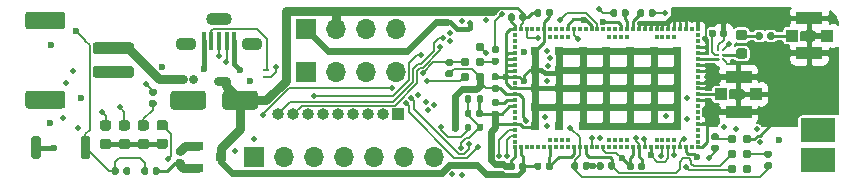
<source format=gtl>
G04 #@! TF.GenerationSoftware,KiCad,Pcbnew,(5.1.9)-1*
G04 #@! TF.CreationDate,2021-02-01T18:23:16+11:00*
G04 #@! TF.ProjectId,BoSLnano,426f534c-6e61-46e6-9f2e-6b696361645f,0.4.2*
G04 #@! TF.SameCoordinates,Original*
G04 #@! TF.FileFunction,Copper,L1,Top*
G04 #@! TF.FilePolarity,Positive*
%FSLAX46Y46*%
G04 Gerber Fmt 4.6, Leading zero omitted, Abs format (unit mm)*
G04 Created by KiCad (PCBNEW (5.1.9)-1) date 2021-02-01 18:23:16*
%MOMM*%
%LPD*%
G01*
G04 APERTURE LIST*
G04 #@! TA.AperFunction,ComponentPad*
%ADD10O,2.200000X1.100000*%
G04 #@! TD*
G04 #@! TA.AperFunction,ComponentPad*
%ADD11O,1.800000X1.100000*%
G04 #@! TD*
G04 #@! TA.AperFunction,SMDPad,CuDef*
%ADD12R,0.450000X1.500000*%
G04 #@! TD*
G04 #@! TA.AperFunction,ComponentPad*
%ADD13O,1.000000X1.000000*%
G04 #@! TD*
G04 #@! TA.AperFunction,ComponentPad*
%ADD14R,1.000000X1.000000*%
G04 #@! TD*
G04 #@! TA.AperFunction,ComponentPad*
%ADD15O,1.700000X1.700000*%
G04 #@! TD*
G04 #@! TA.AperFunction,ComponentPad*
%ADD16R,1.700000X1.700000*%
G04 #@! TD*
G04 #@! TA.AperFunction,SMDPad,CuDef*
%ADD17C,0.787000*%
G04 #@! TD*
G04 #@! TA.AperFunction,SMDPad,CuDef*
%ADD18R,0.300000X0.300000*%
G04 #@! TD*
G04 #@! TA.AperFunction,SMDPad,CuDef*
%ADD19R,0.800000X0.800000*%
G04 #@! TD*
G04 #@! TA.AperFunction,SMDPad,CuDef*
%ADD20R,0.250000X0.250000*%
G04 #@! TD*
G04 #@! TA.AperFunction,SMDPad,CuDef*
%ADD21R,0.900000X0.800000*%
G04 #@! TD*
G04 #@! TA.AperFunction,SMDPad,CuDef*
%ADD22R,0.500000X0.250000*%
G04 #@! TD*
G04 #@! TA.AperFunction,SMDPad,CuDef*
%ADD23R,1.000000X1.000000*%
G04 #@! TD*
G04 #@! TA.AperFunction,SMDPad,CuDef*
%ADD24R,2.200000X1.050000*%
G04 #@! TD*
G04 #@! TA.AperFunction,ComponentPad*
%ADD25R,3.000000X2.000000*%
G04 #@! TD*
G04 #@! TA.AperFunction,ViaPad*
%ADD26C,0.500000*%
G04 #@! TD*
G04 #@! TA.AperFunction,ViaPad*
%ADD27C,0.600000*%
G04 #@! TD*
G04 #@! TA.AperFunction,Conductor*
%ADD28C,0.160000*%
G04 #@! TD*
G04 #@! TA.AperFunction,Conductor*
%ADD29C,0.800000*%
G04 #@! TD*
G04 #@! TA.AperFunction,Conductor*
%ADD30C,0.250000*%
G04 #@! TD*
G04 #@! TA.AperFunction,Conductor*
%ADD31C,0.400000*%
G04 #@! TD*
G04 #@! TA.AperFunction,Conductor*
%ADD32C,0.560000*%
G04 #@! TD*
G04 #@! TA.AperFunction,Conductor*
%ADD33C,0.600000*%
G04 #@! TD*
G04 #@! TA.AperFunction,Conductor*
%ADD34C,0.220000*%
G04 #@! TD*
G04 #@! TA.AperFunction,Conductor*
%ADD35C,0.200000*%
G04 #@! TD*
G04 #@! TA.AperFunction,Conductor*
%ADD36C,0.100000*%
G04 #@! TD*
G04 APERTURE END LIST*
G04 #@! TA.AperFunction,SMDPad,CuDef*
G36*
G01*
X148010000Y-113922500D02*
X148010000Y-113577500D01*
G75*
G02*
X148157500Y-113430000I147500J0D01*
G01*
X148452500Y-113430000D01*
G75*
G02*
X148600000Y-113577500I0J-147500D01*
G01*
X148600000Y-113922500D01*
G75*
G02*
X148452500Y-114070000I-147500J0D01*
G01*
X148157500Y-114070000D01*
G75*
G02*
X148010000Y-113922500I0J147500D01*
G01*
G37*
G04 #@! TD.AperFunction*
G04 #@! TA.AperFunction,SMDPad,CuDef*
G36*
G01*
X147040000Y-113922500D02*
X147040000Y-113577500D01*
G75*
G02*
X147187500Y-113430000I147500J0D01*
G01*
X147482500Y-113430000D01*
G75*
G02*
X147630000Y-113577500I0J-147500D01*
G01*
X147630000Y-113922500D01*
G75*
G02*
X147482500Y-114070000I-147500J0D01*
G01*
X147187500Y-114070000D01*
G75*
G02*
X147040000Y-113922500I0J147500D01*
G01*
G37*
G04 #@! TD.AperFunction*
D10*
X117200000Y-101325000D03*
D11*
X114400000Y-103475000D03*
X120000000Y-103475000D03*
D12*
X118500000Y-103225000D03*
X115900000Y-103225000D03*
X117850000Y-103225000D03*
X116550000Y-103225000D03*
X117200000Y-103225000D03*
D13*
X122200000Y-109390000D03*
X123470000Y-109390000D03*
X124740000Y-109390000D03*
X126010000Y-109390000D03*
X127280000Y-109390000D03*
X128550000Y-109390000D03*
X129820000Y-109390000D03*
X131090000Y-109390000D03*
D14*
X132360000Y-109390000D03*
D15*
X135445500Y-113030000D03*
X132905500Y-113030000D03*
X130365500Y-113030000D03*
X127825500Y-113030000D03*
X125285500Y-113030000D03*
X122745500Y-113030000D03*
D16*
X120205500Y-113030000D03*
D15*
X132220000Y-105800000D03*
X129680000Y-105800000D03*
X127140000Y-105800000D03*
D16*
X124600000Y-105800000D03*
X124600000Y-102200000D03*
D15*
X127140000Y-102200000D03*
X129680000Y-102200000D03*
X132220000Y-102200000D03*
G04 #@! TA.AperFunction,SMDPad,CuDef*
G36*
G01*
X138560000Y-110315000D02*
X138560000Y-110685000D01*
G75*
G02*
X138425000Y-110820000I-135000J0D01*
G01*
X138155000Y-110820000D01*
G75*
G02*
X138020000Y-110685000I0J135000D01*
G01*
X138020000Y-110315000D01*
G75*
G02*
X138155000Y-110180000I135000J0D01*
G01*
X138425000Y-110180000D01*
G75*
G02*
X138560000Y-110315000I0J-135000D01*
G01*
G37*
G04 #@! TD.AperFunction*
G04 #@! TA.AperFunction,SMDPad,CuDef*
G36*
G01*
X139580000Y-110315000D02*
X139580000Y-110685000D01*
G75*
G02*
X139445000Y-110820000I-135000J0D01*
G01*
X139175000Y-110820000D01*
G75*
G02*
X139040000Y-110685000I0J135000D01*
G01*
X139040000Y-110315000D01*
G75*
G02*
X139175000Y-110180000I135000J0D01*
G01*
X139445000Y-110180000D01*
G75*
G02*
X139580000Y-110315000I0J-135000D01*
G01*
G37*
G04 #@! TD.AperFunction*
G04 #@! TA.AperFunction,SMDPad,CuDef*
G36*
G01*
X139040000Y-108285000D02*
X139040000Y-107915000D01*
G75*
G02*
X139175000Y-107780000I135000J0D01*
G01*
X139445000Y-107780000D01*
G75*
G02*
X139580000Y-107915000I0J-135000D01*
G01*
X139580000Y-108285000D01*
G75*
G02*
X139445000Y-108420000I-135000J0D01*
G01*
X139175000Y-108420000D01*
G75*
G02*
X139040000Y-108285000I0J135000D01*
G01*
G37*
G04 #@! TD.AperFunction*
G04 #@! TA.AperFunction,SMDPad,CuDef*
G36*
G01*
X138020000Y-108285000D02*
X138020000Y-107915000D01*
G75*
G02*
X138155000Y-107780000I135000J0D01*
G01*
X138425000Y-107780000D01*
G75*
G02*
X138560000Y-107915000I0J-135000D01*
G01*
X138560000Y-108285000D01*
G75*
G02*
X138425000Y-108420000I-135000J0D01*
G01*
X138155000Y-108420000D01*
G75*
G02*
X138020000Y-108285000I0J135000D01*
G01*
G37*
G04 #@! TD.AperFunction*
G04 #@! TA.AperFunction,SMDPad,CuDef*
G36*
G01*
X112656250Y-110747500D02*
X112143750Y-110747500D01*
G75*
G02*
X111925000Y-110528750I0J218750D01*
G01*
X111925000Y-110091250D01*
G75*
G02*
X112143750Y-109872500I218750J0D01*
G01*
X112656250Y-109872500D01*
G75*
G02*
X112875000Y-110091250I0J-218750D01*
G01*
X112875000Y-110528750D01*
G75*
G02*
X112656250Y-110747500I-218750J0D01*
G01*
G37*
G04 #@! TD.AperFunction*
G04 #@! TA.AperFunction,SMDPad,CuDef*
G36*
G01*
X112656250Y-112322500D02*
X112143750Y-112322500D01*
G75*
G02*
X111925000Y-112103750I0J218750D01*
G01*
X111925000Y-111666250D01*
G75*
G02*
X112143750Y-111447500I218750J0D01*
G01*
X112656250Y-111447500D01*
G75*
G02*
X112875000Y-111666250I0J-218750D01*
G01*
X112875000Y-112103750D01*
G75*
G02*
X112656250Y-112322500I-218750J0D01*
G01*
G37*
G04 #@! TD.AperFunction*
G04 #@! TA.AperFunction,SMDPad,CuDef*
G36*
G01*
X138980000Y-109470000D02*
X138980000Y-109130000D01*
G75*
G02*
X139120000Y-108990000I140000J0D01*
G01*
X139400000Y-108990000D01*
G75*
G02*
X139540000Y-109130000I0J-140000D01*
G01*
X139540000Y-109470000D01*
G75*
G02*
X139400000Y-109610000I-140000J0D01*
G01*
X139120000Y-109610000D01*
G75*
G02*
X138980000Y-109470000I0J140000D01*
G01*
G37*
G04 #@! TD.AperFunction*
G04 #@! TA.AperFunction,SMDPad,CuDef*
G36*
G01*
X138020000Y-109470000D02*
X138020000Y-109130000D01*
G75*
G02*
X138160000Y-108990000I140000J0D01*
G01*
X138440000Y-108990000D01*
G75*
G02*
X138580000Y-109130000I0J-140000D01*
G01*
X138580000Y-109470000D01*
G75*
G02*
X138440000Y-109610000I-140000J0D01*
G01*
X138160000Y-109610000D01*
G75*
G02*
X138020000Y-109470000I0J140000D01*
G01*
G37*
G04 #@! TD.AperFunction*
D17*
X139300000Y-106200000D03*
X138030000Y-106200000D03*
X139300000Y-104930000D03*
X138030000Y-104930000D03*
X139300000Y-103660000D03*
D18*
X145750000Y-111550000D03*
X151750000Y-111550000D03*
X150750000Y-111550000D03*
X150250000Y-111550000D03*
X146750000Y-111550000D03*
X155750000Y-111550000D03*
X155250000Y-111550000D03*
X154750000Y-111550000D03*
X145250000Y-111550000D03*
X154250000Y-111550000D03*
X151250000Y-111550000D03*
X146250000Y-111550000D03*
X154250000Y-102850000D03*
X155250000Y-102850000D03*
X155750000Y-102850000D03*
X154750000Y-102850000D03*
X150750000Y-102850000D03*
X151750000Y-102850000D03*
X151250000Y-102850000D03*
X150250000Y-102850000D03*
X145750000Y-102850000D03*
X146750000Y-102850000D03*
X146250000Y-102850000D03*
X145250000Y-102850000D03*
X157750000Y-112200000D03*
X157250000Y-112200000D03*
X156750000Y-112200000D03*
X156250000Y-112200000D03*
X155750000Y-112200000D03*
X155250000Y-112200000D03*
X154750000Y-112200000D03*
X154250000Y-112200000D03*
X153750000Y-112200000D03*
X153250000Y-112200000D03*
X152750000Y-112200000D03*
X152250000Y-112200000D03*
X151750000Y-112200000D03*
X151250000Y-112200000D03*
X150750000Y-112200000D03*
X150250000Y-112200000D03*
X149750000Y-112200000D03*
X149250000Y-112200000D03*
X148750000Y-112200000D03*
X148250000Y-112200000D03*
X147750000Y-112200000D03*
X147250000Y-112200000D03*
X146750000Y-112200000D03*
X146250000Y-112200000D03*
X145750000Y-112200000D03*
X145250000Y-112200000D03*
X144750000Y-112200000D03*
X144250000Y-112200000D03*
X143750000Y-112200000D03*
X143250000Y-112200000D03*
X142750000Y-112200000D03*
X157750000Y-111700000D03*
X157750000Y-111200000D03*
X157750000Y-110700000D03*
X157750000Y-110200000D03*
X157750000Y-109700000D03*
X157750000Y-109200000D03*
X157750000Y-108700000D03*
X157750000Y-108200000D03*
X157750000Y-107700000D03*
X157750000Y-107200000D03*
X157750000Y-106700000D03*
X157750000Y-106200000D03*
X157750000Y-105700000D03*
X157750000Y-105200000D03*
X157750000Y-104700000D03*
X157750000Y-104200000D03*
X157750000Y-103700000D03*
X157750000Y-103200000D03*
X157750000Y-102700000D03*
X142250000Y-112200000D03*
X142250000Y-111700000D03*
X142250000Y-111200000D03*
X142250000Y-110700000D03*
X142250000Y-110200000D03*
X142250000Y-109700000D03*
X142250000Y-109200000D03*
X142250000Y-108700000D03*
X142250000Y-108200000D03*
X142250000Y-107700000D03*
X142250000Y-107200000D03*
X142250000Y-106700000D03*
X142250000Y-106200000D03*
X142250000Y-105700000D03*
X142250000Y-105200000D03*
X142250000Y-104700000D03*
X142250000Y-104200000D03*
X142250000Y-103700000D03*
X142250000Y-103200000D03*
X142250000Y-102700000D03*
X157750000Y-102200000D03*
X157250000Y-102200000D03*
X156750000Y-102200000D03*
X156250000Y-102200000D03*
X155750000Y-102200000D03*
X155250000Y-102200000D03*
X154750000Y-102200000D03*
X154250000Y-102200000D03*
X153750000Y-102200000D03*
X153250000Y-102200000D03*
X152750000Y-102200000D03*
X152250000Y-102200000D03*
X151750000Y-102200000D03*
X151250000Y-102200000D03*
X150750000Y-102200000D03*
X150250000Y-102200000D03*
X149750000Y-102200000D03*
X149250000Y-102200000D03*
X148750000Y-102200000D03*
X148250000Y-102200000D03*
X147750000Y-102200000D03*
X147250000Y-102200000D03*
X146750000Y-102200000D03*
X146250000Y-102200000D03*
X145750000Y-102200000D03*
X145250000Y-102200000D03*
X144750000Y-102200000D03*
X144250000Y-102200000D03*
X143750000Y-102200000D03*
X143250000Y-102200000D03*
X142750000Y-102200000D03*
X142250000Y-102200000D03*
D19*
X156000000Y-110400000D03*
X154000000Y-110400000D03*
X152000000Y-110400000D03*
X150000000Y-110400000D03*
X148000000Y-110400000D03*
X146000000Y-110400000D03*
X144000000Y-110400000D03*
X156000000Y-108800000D03*
X154000000Y-108800000D03*
X152000000Y-108800000D03*
X150000000Y-108800000D03*
X148000000Y-108800000D03*
X146000000Y-108800000D03*
X144000000Y-108800000D03*
X156000000Y-107200000D03*
X154000000Y-107200000D03*
X152000000Y-107200000D03*
X150000000Y-107200000D03*
X148000000Y-107200000D03*
X146000000Y-107200000D03*
X144000000Y-107200000D03*
X156000000Y-105600000D03*
X154000000Y-105600000D03*
X152000000Y-105600000D03*
X150000000Y-105600000D03*
X148000000Y-105600000D03*
X146000000Y-105600000D03*
X144000000Y-105600000D03*
X156000000Y-104000000D03*
X154000000Y-104000000D03*
X152000000Y-104000000D03*
X150000000Y-104000000D03*
X148000000Y-104000000D03*
X146000000Y-104000000D03*
X144000000Y-104000000D03*
G04 #@! TA.AperFunction,SMDPad,CuDef*
G36*
G01*
X101050000Y-107400000D02*
X103950000Y-107400000D01*
G75*
G02*
X104200000Y-107650000I0J-250000D01*
G01*
X104200000Y-108650000D01*
G75*
G02*
X103950000Y-108900000I-250000J0D01*
G01*
X101050000Y-108900000D01*
G75*
G02*
X100800000Y-108650000I0J250000D01*
G01*
X100800000Y-107650000D01*
G75*
G02*
X101050000Y-107400000I250000J0D01*
G01*
G37*
G04 #@! TD.AperFunction*
G04 #@! TA.AperFunction,SMDPad,CuDef*
G36*
G01*
X101050000Y-100700000D02*
X103950000Y-100700000D01*
G75*
G02*
X104200000Y-100950000I0J-250000D01*
G01*
X104200000Y-101950000D01*
G75*
G02*
X103950000Y-102200000I-250000J0D01*
G01*
X101050000Y-102200000D01*
G75*
G02*
X100800000Y-101950000I0J250000D01*
G01*
X100800000Y-100950000D01*
G75*
G02*
X101050000Y-100700000I250000J0D01*
G01*
G37*
G04 #@! TD.AperFunction*
G04 #@! TA.AperFunction,SMDPad,CuDef*
G36*
G01*
X106750000Y-105300000D02*
X109750000Y-105300000D01*
G75*
G02*
X110000000Y-105550000I0J-250000D01*
G01*
X110000000Y-106050000D01*
G75*
G02*
X109750000Y-106300000I-250000J0D01*
G01*
X106750000Y-106300000D01*
G75*
G02*
X106500000Y-106050000I0J250000D01*
G01*
X106500000Y-105550000D01*
G75*
G02*
X106750000Y-105300000I250000J0D01*
G01*
G37*
G04 #@! TD.AperFunction*
G04 #@! TA.AperFunction,SMDPad,CuDef*
G36*
G01*
X106750000Y-103300000D02*
X109750000Y-103300000D01*
G75*
G02*
X110000000Y-103550000I0J-250000D01*
G01*
X110000000Y-104050000D01*
G75*
G02*
X109750000Y-104300000I-250000J0D01*
G01*
X106750000Y-104300000D01*
G75*
G02*
X106500000Y-104050000I0J250000D01*
G01*
X106500000Y-103550000D01*
G75*
G02*
X106750000Y-103300000I250000J0D01*
G01*
G37*
G04 #@! TD.AperFunction*
D17*
X161950000Y-114000000D03*
X160680000Y-114000000D03*
X161950000Y-112730000D03*
X160680000Y-112730000D03*
X161950000Y-111460000D03*
X160680000Y-111460000D03*
D20*
X159850000Y-104750000D03*
X159450000Y-104750000D03*
X159850000Y-104350000D03*
X159450000Y-104350000D03*
X159850000Y-103950000D03*
X159450000Y-103950000D03*
D21*
X117400000Y-113000000D03*
X115400000Y-113950000D03*
X115400000Y-112050000D03*
G04 #@! TA.AperFunction,SMDPad,CuDef*
G36*
G01*
X101300000Y-113000000D02*
X101300000Y-111400000D01*
G75*
G02*
X101500000Y-111200000I200000J0D01*
G01*
X101900000Y-111200000D01*
G75*
G02*
X102100000Y-111400000I0J-200000D01*
G01*
X102100000Y-113000000D01*
G75*
G02*
X101900000Y-113200000I-200000J0D01*
G01*
X101500000Y-113200000D01*
G75*
G02*
X101300000Y-113000000I0J200000D01*
G01*
G37*
G04 #@! TD.AperFunction*
G04 #@! TA.AperFunction,SMDPad,CuDef*
G36*
G01*
X105500000Y-113000000D02*
X105500000Y-111400000D01*
G75*
G02*
X105700000Y-111200000I200000J0D01*
G01*
X106100000Y-111200000D01*
G75*
G02*
X106300000Y-111400000I0J-200000D01*
G01*
X106300000Y-113000000D01*
G75*
G02*
X106100000Y-113200000I-200000J0D01*
G01*
X105700000Y-113200000D01*
G75*
G02*
X105500000Y-113000000I0J200000D01*
G01*
G37*
G04 #@! TD.AperFunction*
G04 #@! TA.AperFunction,SMDPad,CuDef*
G36*
G01*
X152310000Y-113627500D02*
X152310000Y-113972500D01*
G75*
G02*
X152162500Y-114120000I-147500J0D01*
G01*
X151867500Y-114120000D01*
G75*
G02*
X151720000Y-113972500I0J147500D01*
G01*
X151720000Y-113627500D01*
G75*
G02*
X151867500Y-113480000I147500J0D01*
G01*
X152162500Y-113480000D01*
G75*
G02*
X152310000Y-113627500I0J-147500D01*
G01*
G37*
G04 #@! TD.AperFunction*
G04 #@! TA.AperFunction,SMDPad,CuDef*
G36*
G01*
X153280000Y-113627500D02*
X153280000Y-113972500D01*
G75*
G02*
X153132500Y-114120000I-147500J0D01*
G01*
X152837500Y-114120000D01*
G75*
G02*
X152690000Y-113972500I0J147500D01*
G01*
X152690000Y-113627500D01*
G75*
G02*
X152837500Y-113480000I147500J0D01*
G01*
X153132500Y-113480000D01*
G75*
G02*
X153280000Y-113627500I0J-147500D01*
G01*
G37*
G04 #@! TD.AperFunction*
G04 #@! TA.AperFunction,SMDPad,CuDef*
G36*
G01*
X153590000Y-100972500D02*
X153590000Y-100627500D01*
G75*
G02*
X153737500Y-100480000I147500J0D01*
G01*
X154032500Y-100480000D01*
G75*
G02*
X154180000Y-100627500I0J-147500D01*
G01*
X154180000Y-100972500D01*
G75*
G02*
X154032500Y-101120000I-147500J0D01*
G01*
X153737500Y-101120000D01*
G75*
G02*
X153590000Y-100972500I0J147500D01*
G01*
G37*
G04 #@! TD.AperFunction*
G04 #@! TA.AperFunction,SMDPad,CuDef*
G36*
G01*
X152620000Y-100972500D02*
X152620000Y-100627500D01*
G75*
G02*
X152767500Y-100480000I147500J0D01*
G01*
X153062500Y-100480000D01*
G75*
G02*
X153210000Y-100627500I0J-147500D01*
G01*
X153210000Y-100972500D01*
G75*
G02*
X153062500Y-101120000I-147500J0D01*
G01*
X152767500Y-101120000D01*
G75*
G02*
X152620000Y-100972500I0J147500D01*
G01*
G37*
G04 #@! TD.AperFunction*
G04 #@! TA.AperFunction,SMDPad,CuDef*
G36*
G01*
X150925000Y-100627500D02*
X150925000Y-100972500D01*
G75*
G02*
X150777500Y-101120000I-147500J0D01*
G01*
X150482500Y-101120000D01*
G75*
G02*
X150335000Y-100972500I0J147500D01*
G01*
X150335000Y-100627500D01*
G75*
G02*
X150482500Y-100480000I147500J0D01*
G01*
X150777500Y-100480000D01*
G75*
G02*
X150925000Y-100627500I0J-147500D01*
G01*
G37*
G04 #@! TD.AperFunction*
G04 #@! TA.AperFunction,SMDPad,CuDef*
G36*
G01*
X151895000Y-100627500D02*
X151895000Y-100972500D01*
G75*
G02*
X151747500Y-101120000I-147500J0D01*
G01*
X151452500Y-101120000D01*
G75*
G02*
X151305000Y-100972500I0J147500D01*
G01*
X151305000Y-100627500D01*
G75*
G02*
X151452500Y-100480000I147500J0D01*
G01*
X151747500Y-100480000D01*
G75*
G02*
X151895000Y-100627500I0J-147500D01*
G01*
G37*
G04 #@! TD.AperFunction*
G04 #@! TA.AperFunction,SMDPad,CuDef*
G36*
G01*
X111427500Y-108190000D02*
X111772500Y-108190000D01*
G75*
G02*
X111920000Y-108337500I0J-147500D01*
G01*
X111920000Y-108632500D01*
G75*
G02*
X111772500Y-108780000I-147500J0D01*
G01*
X111427500Y-108780000D01*
G75*
G02*
X111280000Y-108632500I0J147500D01*
G01*
X111280000Y-108337500D01*
G75*
G02*
X111427500Y-108190000I147500J0D01*
G01*
G37*
G04 #@! TD.AperFunction*
G04 #@! TA.AperFunction,SMDPad,CuDef*
G36*
G01*
X111427500Y-107220000D02*
X111772500Y-107220000D01*
G75*
G02*
X111920000Y-107367500I0J-147500D01*
G01*
X111920000Y-107662500D01*
G75*
G02*
X111772500Y-107810000I-147500J0D01*
G01*
X111427500Y-107810000D01*
G75*
G02*
X111280000Y-107662500I0J147500D01*
G01*
X111280000Y-107367500D01*
G75*
G02*
X111427500Y-107220000I147500J0D01*
G01*
G37*
G04 #@! TD.AperFunction*
G04 #@! TA.AperFunction,SMDPad,CuDef*
G36*
G01*
X111590000Y-114372500D02*
X111590000Y-114027500D01*
G75*
G02*
X111737500Y-113880000I147500J0D01*
G01*
X112032500Y-113880000D01*
G75*
G02*
X112180000Y-114027500I0J-147500D01*
G01*
X112180000Y-114372500D01*
G75*
G02*
X112032500Y-114520000I-147500J0D01*
G01*
X111737500Y-114520000D01*
G75*
G02*
X111590000Y-114372500I0J147500D01*
G01*
G37*
G04 #@! TD.AperFunction*
G04 #@! TA.AperFunction,SMDPad,CuDef*
G36*
G01*
X110620000Y-114372500D02*
X110620000Y-114027500D01*
G75*
G02*
X110767500Y-113880000I147500J0D01*
G01*
X111062500Y-113880000D01*
G75*
G02*
X111210000Y-114027500I0J-147500D01*
G01*
X111210000Y-114372500D01*
G75*
G02*
X111062500Y-114520000I-147500J0D01*
G01*
X110767500Y-114520000D01*
G75*
G02*
X110620000Y-114372500I0J147500D01*
G01*
G37*
G04 #@! TD.AperFunction*
G04 #@! TA.AperFunction,SMDPad,CuDef*
G36*
G01*
X163872500Y-113060000D02*
X163527500Y-113060000D01*
G75*
G02*
X163380000Y-112912500I0J147500D01*
G01*
X163380000Y-112617500D01*
G75*
G02*
X163527500Y-112470000I147500J0D01*
G01*
X163872500Y-112470000D01*
G75*
G02*
X164020000Y-112617500I0J-147500D01*
G01*
X164020000Y-112912500D01*
G75*
G02*
X163872500Y-113060000I-147500J0D01*
G01*
G37*
G04 #@! TD.AperFunction*
G04 #@! TA.AperFunction,SMDPad,CuDef*
G36*
G01*
X163872500Y-114030000D02*
X163527500Y-114030000D01*
G75*
G02*
X163380000Y-113882500I0J147500D01*
G01*
X163380000Y-113587500D01*
G75*
G02*
X163527500Y-113440000I147500J0D01*
G01*
X163872500Y-113440000D01*
G75*
G02*
X164020000Y-113587500I0J-147500D01*
G01*
X164020000Y-113882500D01*
G75*
G02*
X163872500Y-114030000I-147500J0D01*
G01*
G37*
G04 #@! TD.AperFunction*
G04 #@! TA.AperFunction,SMDPad,CuDef*
G36*
G01*
X140427500Y-104590000D02*
X140772500Y-104590000D01*
G75*
G02*
X140920000Y-104737500I0J-147500D01*
G01*
X140920000Y-105032500D01*
G75*
G02*
X140772500Y-105180000I-147500J0D01*
G01*
X140427500Y-105180000D01*
G75*
G02*
X140280000Y-105032500I0J147500D01*
G01*
X140280000Y-104737500D01*
G75*
G02*
X140427500Y-104590000I147500J0D01*
G01*
G37*
G04 #@! TD.AperFunction*
G04 #@! TA.AperFunction,SMDPad,CuDef*
G36*
G01*
X140427500Y-103620000D02*
X140772500Y-103620000D01*
G75*
G02*
X140920000Y-103767500I0J-147500D01*
G01*
X140920000Y-104062500D01*
G75*
G02*
X140772500Y-104210000I-147500J0D01*
G01*
X140427500Y-104210000D01*
G75*
G02*
X140280000Y-104062500I0J147500D01*
G01*
X140280000Y-103767500D01*
G75*
G02*
X140427500Y-103620000I147500J0D01*
G01*
G37*
G04 #@! TD.AperFunction*
G04 #@! TA.AperFunction,SMDPad,CuDef*
G36*
G01*
X159027500Y-111955000D02*
X159372500Y-111955000D01*
G75*
G02*
X159520000Y-112102500I0J-147500D01*
G01*
X159520000Y-112397500D01*
G75*
G02*
X159372500Y-112545000I-147500J0D01*
G01*
X159027500Y-112545000D01*
G75*
G02*
X158880000Y-112397500I0J147500D01*
G01*
X158880000Y-112102500D01*
G75*
G02*
X159027500Y-111955000I147500J0D01*
G01*
G37*
G04 #@! TD.AperFunction*
G04 #@! TA.AperFunction,SMDPad,CuDef*
G36*
G01*
X159027500Y-110985000D02*
X159372500Y-110985000D01*
G75*
G02*
X159520000Y-111132500I0J-147500D01*
G01*
X159520000Y-111427500D01*
G75*
G02*
X159372500Y-111575000I-147500J0D01*
G01*
X159027500Y-111575000D01*
G75*
G02*
X158880000Y-111427500I0J147500D01*
G01*
X158880000Y-111132500D01*
G75*
G02*
X159027500Y-110985000I147500J0D01*
G01*
G37*
G04 #@! TD.AperFunction*
G04 #@! TA.AperFunction,SMDPad,CuDef*
G36*
G01*
X136872500Y-105295000D02*
X136527500Y-105295000D01*
G75*
G02*
X136380000Y-105147500I0J147500D01*
G01*
X136380000Y-104852500D01*
G75*
G02*
X136527500Y-104705000I147500J0D01*
G01*
X136872500Y-104705000D01*
G75*
G02*
X137020000Y-104852500I0J-147500D01*
G01*
X137020000Y-105147500D01*
G75*
G02*
X136872500Y-105295000I-147500J0D01*
G01*
G37*
G04 #@! TD.AperFunction*
G04 #@! TA.AperFunction,SMDPad,CuDef*
G36*
G01*
X136872500Y-106265000D02*
X136527500Y-106265000D01*
G75*
G02*
X136380000Y-106117500I0J147500D01*
G01*
X136380000Y-105822500D01*
G75*
G02*
X136527500Y-105675000I147500J0D01*
G01*
X136872500Y-105675000D01*
G75*
G02*
X137020000Y-105822500I0J-147500D01*
G01*
X137020000Y-106117500D01*
G75*
G02*
X136872500Y-106265000I-147500J0D01*
G01*
G37*
G04 #@! TD.AperFunction*
G04 #@! TA.AperFunction,SMDPad,CuDef*
G36*
G01*
X150155000Y-113922500D02*
X150155000Y-113577500D01*
G75*
G02*
X150302500Y-113430000I147500J0D01*
G01*
X150597500Y-113430000D01*
G75*
G02*
X150745000Y-113577500I0J-147500D01*
G01*
X150745000Y-113922500D01*
G75*
G02*
X150597500Y-114070000I-147500J0D01*
G01*
X150302500Y-114070000D01*
G75*
G02*
X150155000Y-113922500I0J147500D01*
G01*
G37*
G04 #@! TD.AperFunction*
G04 #@! TA.AperFunction,SMDPad,CuDef*
G36*
G01*
X149185000Y-113922500D02*
X149185000Y-113577500D01*
G75*
G02*
X149332500Y-113430000I147500J0D01*
G01*
X149627500Y-113430000D01*
G75*
G02*
X149775000Y-113577500I0J-147500D01*
G01*
X149775000Y-113922500D01*
G75*
G02*
X149627500Y-114070000I-147500J0D01*
G01*
X149332500Y-114070000D01*
G75*
G02*
X149185000Y-113922500I0J147500D01*
G01*
G37*
G04 #@! TD.AperFunction*
G04 #@! TA.AperFunction,SMDPad,CuDef*
G36*
G01*
X161193750Y-103812500D02*
X161706250Y-103812500D01*
G75*
G02*
X161925000Y-104031250I0J-218750D01*
G01*
X161925000Y-104468750D01*
G75*
G02*
X161706250Y-104687500I-218750J0D01*
G01*
X161193750Y-104687500D01*
G75*
G02*
X160975000Y-104468750I0J218750D01*
G01*
X160975000Y-104031250D01*
G75*
G02*
X161193750Y-103812500I218750J0D01*
G01*
G37*
G04 #@! TD.AperFunction*
G04 #@! TA.AperFunction,SMDPad,CuDef*
G36*
G01*
X161193750Y-102237500D02*
X161706250Y-102237500D01*
G75*
G02*
X161925000Y-102456250I0J-218750D01*
G01*
X161925000Y-102893750D01*
G75*
G02*
X161706250Y-103112500I-218750J0D01*
G01*
X161193750Y-103112500D01*
G75*
G02*
X160975000Y-102893750I0J218750D01*
G01*
X160975000Y-102456250D01*
G75*
G02*
X161193750Y-102237500I218750J0D01*
G01*
G37*
G04 #@! TD.AperFunction*
G04 #@! TA.AperFunction,SMDPad,CuDef*
G36*
G01*
X109456250Y-110762500D02*
X108943750Y-110762500D01*
G75*
G02*
X108725000Y-110543750I0J218750D01*
G01*
X108725000Y-110106250D01*
G75*
G02*
X108943750Y-109887500I218750J0D01*
G01*
X109456250Y-109887500D01*
G75*
G02*
X109675000Y-110106250I0J-218750D01*
G01*
X109675000Y-110543750D01*
G75*
G02*
X109456250Y-110762500I-218750J0D01*
G01*
G37*
G04 #@! TD.AperFunction*
G04 #@! TA.AperFunction,SMDPad,CuDef*
G36*
G01*
X109456250Y-112337500D02*
X108943750Y-112337500D01*
G75*
G02*
X108725000Y-112118750I0J218750D01*
G01*
X108725000Y-111681250D01*
G75*
G02*
X108943750Y-111462500I218750J0D01*
G01*
X109456250Y-111462500D01*
G75*
G02*
X109675000Y-111681250I0J-218750D01*
G01*
X109675000Y-112118750D01*
G75*
G02*
X109456250Y-112337500I-218750J0D01*
G01*
G37*
G04 #@! TD.AperFunction*
G04 #@! TA.AperFunction,SMDPad,CuDef*
G36*
G01*
X107856250Y-110762500D02*
X107343750Y-110762500D01*
G75*
G02*
X107125000Y-110543750I0J218750D01*
G01*
X107125000Y-110106250D01*
G75*
G02*
X107343750Y-109887500I218750J0D01*
G01*
X107856250Y-109887500D01*
G75*
G02*
X108075000Y-110106250I0J-218750D01*
G01*
X108075000Y-110543750D01*
G75*
G02*
X107856250Y-110762500I-218750J0D01*
G01*
G37*
G04 #@! TD.AperFunction*
G04 #@! TA.AperFunction,SMDPad,CuDef*
G36*
G01*
X107856250Y-112337500D02*
X107343750Y-112337500D01*
G75*
G02*
X107125000Y-112118750I0J218750D01*
G01*
X107125000Y-111681250D01*
G75*
G02*
X107343750Y-111462500I218750J0D01*
G01*
X107856250Y-111462500D01*
G75*
G02*
X108075000Y-111681250I0J-218750D01*
G01*
X108075000Y-112118750D01*
G75*
G02*
X107856250Y-112337500I-218750J0D01*
G01*
G37*
G04 #@! TD.AperFunction*
G04 #@! TA.AperFunction,SMDPad,CuDef*
G36*
G01*
X111056250Y-110762500D02*
X110543750Y-110762500D01*
G75*
G02*
X110325000Y-110543750I0J218750D01*
G01*
X110325000Y-110106250D01*
G75*
G02*
X110543750Y-109887500I218750J0D01*
G01*
X111056250Y-109887500D01*
G75*
G02*
X111275000Y-110106250I0J-218750D01*
G01*
X111275000Y-110543750D01*
G75*
G02*
X111056250Y-110762500I-218750J0D01*
G01*
G37*
G04 #@! TD.AperFunction*
G04 #@! TA.AperFunction,SMDPad,CuDef*
G36*
G01*
X111056250Y-112337500D02*
X110543750Y-112337500D01*
G75*
G02*
X110325000Y-112118750I0J218750D01*
G01*
X110325000Y-111681250D01*
G75*
G02*
X110543750Y-111462500I218750J0D01*
G01*
X111056250Y-111462500D01*
G75*
G02*
X111275000Y-111681250I0J-218750D01*
G01*
X111275000Y-112118750D01*
G75*
G02*
X111056250Y-112337500I-218750J0D01*
G01*
G37*
G04 #@! TD.AperFunction*
D22*
X121200000Y-106250000D03*
X121200000Y-105600000D03*
G04 #@! TA.AperFunction,SMDPad,CuDef*
G36*
G01*
X163245000Y-102577500D02*
X163245000Y-102922500D01*
G75*
G02*
X163097500Y-103070000I-147500J0D01*
G01*
X162802500Y-103070000D01*
G75*
G02*
X162655000Y-102922500I0J147500D01*
G01*
X162655000Y-102577500D01*
G75*
G02*
X162802500Y-102430000I147500J0D01*
G01*
X163097500Y-102430000D01*
G75*
G02*
X163245000Y-102577500I0J-147500D01*
G01*
G37*
G04 #@! TD.AperFunction*
G04 #@! TA.AperFunction,SMDPad,CuDef*
G36*
G01*
X164215000Y-102577500D02*
X164215000Y-102922500D01*
G75*
G02*
X164067500Y-103070000I-147500J0D01*
G01*
X163772500Y-103070000D01*
G75*
G02*
X163625000Y-102922500I0J147500D01*
G01*
X163625000Y-102577500D01*
G75*
G02*
X163772500Y-102430000I147500J0D01*
G01*
X164067500Y-102430000D01*
G75*
G02*
X164215000Y-102577500I0J-147500D01*
G01*
G37*
G04 #@! TD.AperFunction*
G04 #@! TA.AperFunction,SMDPad,CuDef*
G36*
G01*
X159260000Y-102367500D02*
X159260000Y-102712500D01*
G75*
G02*
X159112500Y-102860000I-147500J0D01*
G01*
X158817500Y-102860000D01*
G75*
G02*
X158670000Y-102712500I0J147500D01*
G01*
X158670000Y-102367500D01*
G75*
G02*
X158817500Y-102220000I147500J0D01*
G01*
X159112500Y-102220000D01*
G75*
G02*
X159260000Y-102367500I0J-147500D01*
G01*
G37*
G04 #@! TD.AperFunction*
G04 #@! TA.AperFunction,SMDPad,CuDef*
G36*
G01*
X160230000Y-102367500D02*
X160230000Y-102712500D01*
G75*
G02*
X160082500Y-102860000I-147500J0D01*
G01*
X159787500Y-102860000D01*
G75*
G02*
X159640000Y-102712500I0J147500D01*
G01*
X159640000Y-102367500D01*
G75*
G02*
X159787500Y-102220000I147500J0D01*
G01*
X160082500Y-102220000D01*
G75*
G02*
X160230000Y-102367500I0J-147500D01*
G01*
G37*
G04 #@! TD.AperFunction*
G04 #@! TA.AperFunction,SMDPad,CuDef*
G36*
G01*
X144510000Y-100627500D02*
X144510000Y-100972500D01*
G75*
G02*
X144362500Y-101120000I-147500J0D01*
G01*
X144067500Y-101120000D01*
G75*
G02*
X143920000Y-100972500I0J147500D01*
G01*
X143920000Y-100627500D01*
G75*
G02*
X144067500Y-100480000I147500J0D01*
G01*
X144362500Y-100480000D01*
G75*
G02*
X144510000Y-100627500I0J-147500D01*
G01*
G37*
G04 #@! TD.AperFunction*
G04 #@! TA.AperFunction,SMDPad,CuDef*
G36*
G01*
X145480000Y-100627500D02*
X145480000Y-100972500D01*
G75*
G02*
X145332500Y-101120000I-147500J0D01*
G01*
X145037500Y-101120000D01*
G75*
G02*
X144890000Y-100972500I0J147500D01*
G01*
X144890000Y-100627500D01*
G75*
G02*
X145037500Y-100480000I147500J0D01*
G01*
X145332500Y-100480000D01*
G75*
G02*
X145480000Y-100627500I0J-147500D01*
G01*
G37*
G04 #@! TD.AperFunction*
G04 #@! TA.AperFunction,SMDPad,CuDef*
G36*
G01*
X142640000Y-101342500D02*
X142640000Y-100997500D01*
G75*
G02*
X142787500Y-100850000I147500J0D01*
G01*
X143082500Y-100850000D01*
G75*
G02*
X143230000Y-100997500I0J-147500D01*
G01*
X143230000Y-101342500D01*
G75*
G02*
X143082500Y-101490000I-147500J0D01*
G01*
X142787500Y-101490000D01*
G75*
G02*
X142640000Y-101342500I0J147500D01*
G01*
G37*
G04 #@! TD.AperFunction*
G04 #@! TA.AperFunction,SMDPad,CuDef*
G36*
G01*
X141670000Y-101342500D02*
X141670000Y-100997500D01*
G75*
G02*
X141817500Y-100850000I147500J0D01*
G01*
X142112500Y-100850000D01*
G75*
G02*
X142260000Y-100997500I0J-147500D01*
G01*
X142260000Y-101342500D01*
G75*
G02*
X142112500Y-101490000I-147500J0D01*
G01*
X141817500Y-101490000D01*
G75*
G02*
X141670000Y-101342500I0J147500D01*
G01*
G37*
G04 #@! TD.AperFunction*
G04 #@! TA.AperFunction,SMDPad,CuDef*
G36*
G01*
X140772500Y-108695000D02*
X140427500Y-108695000D01*
G75*
G02*
X140280000Y-108547500I0J147500D01*
G01*
X140280000Y-108252500D01*
G75*
G02*
X140427500Y-108105000I147500J0D01*
G01*
X140772500Y-108105000D01*
G75*
G02*
X140920000Y-108252500I0J-147500D01*
G01*
X140920000Y-108547500D01*
G75*
G02*
X140772500Y-108695000I-147500J0D01*
G01*
G37*
G04 #@! TD.AperFunction*
G04 #@! TA.AperFunction,SMDPad,CuDef*
G36*
G01*
X140772500Y-109665000D02*
X140427500Y-109665000D01*
G75*
G02*
X140280000Y-109517500I0J147500D01*
G01*
X140280000Y-109222500D01*
G75*
G02*
X140427500Y-109075000I147500J0D01*
G01*
X140772500Y-109075000D01*
G75*
G02*
X140920000Y-109222500I0J-147500D01*
G01*
X140920000Y-109517500D01*
G75*
G02*
X140772500Y-109665000I-147500J0D01*
G01*
G37*
G04 #@! TD.AperFunction*
G04 #@! TA.AperFunction,SMDPad,CuDef*
G36*
G01*
X144890000Y-113972500D02*
X144890000Y-113627500D01*
G75*
G02*
X145037500Y-113480000I147500J0D01*
G01*
X145332500Y-113480000D01*
G75*
G02*
X145480000Y-113627500I0J-147500D01*
G01*
X145480000Y-113972500D01*
G75*
G02*
X145332500Y-114120000I-147500J0D01*
G01*
X145037500Y-114120000D01*
G75*
G02*
X144890000Y-113972500I0J147500D01*
G01*
G37*
G04 #@! TD.AperFunction*
G04 #@! TA.AperFunction,SMDPad,CuDef*
G36*
G01*
X143920000Y-113972500D02*
X143920000Y-113627500D01*
G75*
G02*
X144067500Y-113480000I147500J0D01*
G01*
X144362500Y-113480000D01*
G75*
G02*
X144510000Y-113627500I0J-147500D01*
G01*
X144510000Y-113972500D01*
G75*
G02*
X144362500Y-114120000I-147500J0D01*
G01*
X144067500Y-114120000D01*
G75*
G02*
X143920000Y-113972500I0J147500D01*
G01*
G37*
G04 #@! TD.AperFunction*
G04 #@! TA.AperFunction,SMDPad,CuDef*
G36*
G01*
X142260000Y-113627500D02*
X142260000Y-113972500D01*
G75*
G02*
X142112500Y-114120000I-147500J0D01*
G01*
X141817500Y-114120000D01*
G75*
G02*
X141670000Y-113972500I0J147500D01*
G01*
X141670000Y-113627500D01*
G75*
G02*
X141817500Y-113480000I147500J0D01*
G01*
X142112500Y-113480000D01*
G75*
G02*
X142260000Y-113627500I0J-147500D01*
G01*
G37*
G04 #@! TD.AperFunction*
G04 #@! TA.AperFunction,SMDPad,CuDef*
G36*
G01*
X143230000Y-113627500D02*
X143230000Y-113972500D01*
G75*
G02*
X143082500Y-114120000I-147500J0D01*
G01*
X142787500Y-114120000D01*
G75*
G02*
X142640000Y-113972500I0J147500D01*
G01*
X142640000Y-113627500D01*
G75*
G02*
X142787500Y-113480000I147500J0D01*
G01*
X143082500Y-113480000D01*
G75*
G02*
X143230000Y-113627500I0J-147500D01*
G01*
G37*
G04 #@! TD.AperFunction*
G04 #@! TA.AperFunction,SMDPad,CuDef*
G36*
G01*
X140772500Y-106525000D02*
X140427500Y-106525000D01*
G75*
G02*
X140280000Y-106377500I0J147500D01*
G01*
X140280000Y-106082500D01*
G75*
G02*
X140427500Y-105935000I147500J0D01*
G01*
X140772500Y-105935000D01*
G75*
G02*
X140920000Y-106082500I0J-147500D01*
G01*
X140920000Y-106377500D01*
G75*
G02*
X140772500Y-106525000I-147500J0D01*
G01*
G37*
G04 #@! TD.AperFunction*
G04 #@! TA.AperFunction,SMDPad,CuDef*
G36*
G01*
X140772500Y-107495000D02*
X140427500Y-107495000D01*
G75*
G02*
X140280000Y-107347500I0J147500D01*
G01*
X140280000Y-107052500D01*
G75*
G02*
X140427500Y-106905000I147500J0D01*
G01*
X140772500Y-106905000D01*
G75*
G02*
X140920000Y-107052500I0J-147500D01*
G01*
X140920000Y-107347500D01*
G75*
G02*
X140772500Y-107495000I-147500J0D01*
G01*
G37*
G04 #@! TD.AperFunction*
G04 #@! TA.AperFunction,SMDPad,CuDef*
G36*
G01*
X109105000Y-114372500D02*
X109105000Y-114027500D01*
G75*
G02*
X109252500Y-113880000I147500J0D01*
G01*
X109547500Y-113880000D01*
G75*
G02*
X109695000Y-114027500I0J-147500D01*
G01*
X109695000Y-114372500D01*
G75*
G02*
X109547500Y-114520000I-147500J0D01*
G01*
X109252500Y-114520000D01*
G75*
G02*
X109105000Y-114372500I0J147500D01*
G01*
G37*
G04 #@! TD.AperFunction*
G04 #@! TA.AperFunction,SMDPad,CuDef*
G36*
G01*
X108135000Y-114372500D02*
X108135000Y-114027500D01*
G75*
G02*
X108282500Y-113880000I147500J0D01*
G01*
X108577500Y-113880000D01*
G75*
G02*
X108725000Y-114027500I0J-147500D01*
G01*
X108725000Y-114372500D01*
G75*
G02*
X108577500Y-114520000I-147500J0D01*
G01*
X108282500Y-114520000D01*
G75*
G02*
X108135000Y-114372500I0J147500D01*
G01*
G37*
G04 #@! TD.AperFunction*
G04 #@! TA.AperFunction,SMDPad,CuDef*
G36*
G01*
X114052500Y-112810000D02*
X113707500Y-112810000D01*
G75*
G02*
X113560000Y-112662500I0J147500D01*
G01*
X113560000Y-112367500D01*
G75*
G02*
X113707500Y-112220000I147500J0D01*
G01*
X114052500Y-112220000D01*
G75*
G02*
X114200000Y-112367500I0J-147500D01*
G01*
X114200000Y-112662500D01*
G75*
G02*
X114052500Y-112810000I-147500J0D01*
G01*
G37*
G04 #@! TD.AperFunction*
G04 #@! TA.AperFunction,SMDPad,CuDef*
G36*
G01*
X114052500Y-113780000D02*
X113707500Y-113780000D01*
G75*
G02*
X113560000Y-113632500I0J147500D01*
G01*
X113560000Y-113337500D01*
G75*
G02*
X113707500Y-113190000I147500J0D01*
G01*
X114052500Y-113190000D01*
G75*
G02*
X114200000Y-113337500I0J-147500D01*
G01*
X114200000Y-113632500D01*
G75*
G02*
X114052500Y-113780000I-147500J0D01*
G01*
G37*
G04 #@! TD.AperFunction*
G04 #@! TA.AperFunction,SMDPad,CuDef*
G36*
G01*
X116100000Y-107650000D02*
X116100000Y-108750000D01*
G75*
G02*
X115850000Y-109000000I-250000J0D01*
G01*
X113350000Y-109000000D01*
G75*
G02*
X113100000Y-108750000I0J250000D01*
G01*
X113100000Y-107650000D01*
G75*
G02*
X113350000Y-107400000I250000J0D01*
G01*
X115850000Y-107400000D01*
G75*
G02*
X116100000Y-107650000I0J-250000D01*
G01*
G37*
G04 #@! TD.AperFunction*
G04 #@! TA.AperFunction,SMDPad,CuDef*
G36*
G01*
X120500000Y-107650000D02*
X120500000Y-108750000D01*
G75*
G02*
X120250000Y-109000000I-250000J0D01*
G01*
X117750000Y-109000000D01*
G75*
G02*
X117500000Y-108750000I0J250000D01*
G01*
X117500000Y-107650000D01*
G75*
G02*
X117750000Y-107400000I250000J0D01*
G01*
X120250000Y-107400000D01*
G75*
G02*
X120500000Y-107650000I0J-250000D01*
G01*
G37*
G04 #@! TD.AperFunction*
D23*
X165700000Y-102750000D03*
X168700000Y-102750000D03*
D24*
X167200000Y-104225000D03*
X167200000Y-101275000D03*
D23*
X159700000Y-107710000D03*
X162700000Y-107710000D03*
D24*
X161200000Y-109185000D03*
X161200000Y-106235000D03*
D25*
X167950000Y-113250000D03*
X167950000Y-110750000D03*
D26*
X161940000Y-114030000D03*
D27*
X143000000Y-106600000D03*
X141500000Y-106200000D03*
D26*
X138450000Y-101700000D03*
X115400000Y-113950000D03*
D27*
X105500000Y-108000000D03*
X137215655Y-110580000D03*
X143070000Y-104110000D03*
D26*
X143195557Y-109932717D03*
D27*
X148900000Y-113750000D03*
X158969990Y-102540000D03*
X117810000Y-106570000D03*
X117150000Y-106570000D03*
D26*
X134093503Y-107764080D03*
X105310000Y-110539988D03*
X122049990Y-105370000D03*
X134350000Y-104390010D03*
X125210000Y-107839978D03*
D27*
X119000000Y-105600000D03*
D26*
X111000000Y-106800000D03*
X134730000Y-108380000D03*
X104810000Y-105760000D03*
X134876393Y-109023571D03*
X104280000Y-106760000D03*
X140890036Y-112907052D03*
X137800000Y-101500000D03*
X141550000Y-112914936D03*
X139850000Y-101445046D03*
X135440376Y-108609256D03*
X103999990Y-109690000D03*
X144990000Y-110370000D03*
X145070243Y-105305036D03*
X145010000Y-106570000D03*
X135940000Y-103720000D03*
X162730000Y-110660000D03*
X133003961Y-108449080D03*
X139122765Y-112141767D03*
X163010000Y-111760000D03*
X133470653Y-107982389D03*
X138335382Y-111889933D03*
X117830000Y-104970000D03*
X117230000Y-104480000D03*
X161000000Y-110600000D03*
X136790000Y-103150000D03*
X144779979Y-109628477D03*
X159930000Y-110450000D03*
D27*
X105130000Y-102370000D03*
D26*
X141180553Y-100899447D03*
X156537865Y-111465409D03*
X145020000Y-104000000D03*
X134440039Y-105920000D03*
X145210000Y-104660000D03*
X134800000Y-106600000D03*
X148770000Y-111360000D03*
X156711031Y-113811936D03*
X136150000Y-102960000D03*
X156820000Y-107970000D03*
X155760000Y-112850000D03*
X144200000Y-102970000D03*
X136790000Y-102470000D03*
X158700000Y-113100000D03*
X149428676Y-111401820D03*
X146960006Y-110560006D03*
X146078517Y-101441483D03*
D27*
X115000000Y-106400000D03*
X114200000Y-106400000D03*
D26*
X136010000Y-110480000D03*
X131860000Y-107180000D03*
X120969999Y-109440000D03*
D27*
X109410000Y-114210000D03*
X112400000Y-105400000D03*
X113600000Y-108650000D03*
X113600000Y-107760000D03*
X115400000Y-108200000D03*
X107000000Y-105800000D03*
X108200000Y-105800000D03*
X109200000Y-105800000D03*
X158700000Y-107100000D03*
X158700000Y-108325000D03*
X159420000Y-108930000D03*
X159420000Y-106510000D03*
X165420000Y-101600000D03*
X165410000Y-104000000D03*
X164680000Y-103440000D03*
X164660000Y-102050000D03*
X158700000Y-105320000D03*
X115970000Y-105540000D03*
X119850000Y-106570000D03*
X103280000Y-112220000D03*
X102980000Y-103500000D03*
X102940000Y-110150000D03*
X112400000Y-111885000D03*
D26*
X155000000Y-104000000D03*
D27*
X153000000Y-104000000D03*
X151000000Y-104000000D03*
X155000000Y-105600000D03*
X153000000Y-105600000D03*
X151000000Y-105600000D03*
X149000000Y-104000000D03*
X153000000Y-108800000D03*
X155000000Y-108800000D03*
X155000000Y-107200000D03*
X153000000Y-107200000D03*
X151000000Y-107200000D03*
X149000000Y-105600000D03*
X149000000Y-108800000D03*
X164600000Y-111600000D03*
X145185000Y-113800000D03*
X151300000Y-113100000D03*
X157700000Y-113000000D03*
D26*
X139790000Y-104200000D03*
D27*
X148133162Y-101406838D03*
X149743154Y-101540000D03*
X114345000Y-112050000D03*
X165240000Y-107460000D03*
X167870000Y-107440000D03*
X163220000Y-106180000D03*
X169240000Y-104300000D03*
X169250000Y-101220000D03*
X115400000Y-112050000D03*
X139310000Y-108100000D03*
X153750000Y-112840002D03*
D26*
X112870000Y-113160000D03*
X149400000Y-100500000D03*
X107300000Y-109200000D03*
X155000000Y-100800000D03*
X108800000Y-108800000D03*
X137732429Y-112250032D03*
X156800000Y-109750000D03*
X154650000Y-112900000D03*
X155040000Y-109510000D03*
X153200000Y-111450000D03*
X136950000Y-114430000D03*
X118550000Y-112490000D03*
X152540000Y-111430000D03*
X120180000Y-111440000D03*
X137770000Y-114510088D03*
X160400000Y-103400000D03*
X147600000Y-103000000D03*
D28*
X140600000Y-107200000D02*
X139830000Y-107200000D01*
X139300000Y-106670000D02*
X139300000Y-106200000D01*
X139830000Y-107200000D02*
X139300000Y-106670000D01*
D29*
X113880000Y-113485000D02*
X113880000Y-113690000D01*
X114140000Y-113950000D02*
X115400000Y-113950000D01*
X113880000Y-113690000D02*
X114140000Y-113950000D01*
D28*
X158965000Y-104147002D02*
X158965000Y-102540000D01*
X159167998Y-104350000D02*
X158965000Y-104147002D01*
X159450000Y-104350000D02*
X159167998Y-104350000D01*
D30*
X111885000Y-114200000D02*
X112790000Y-114200000D01*
X113505000Y-113485000D02*
X113880000Y-113485000D01*
X112790000Y-114200000D02*
X113505000Y-113485000D01*
D29*
X115400000Y-113950000D02*
X115400000Y-113950000D01*
D31*
X138326354Y-102177199D02*
X137400001Y-102177199D01*
X137400001Y-102177199D02*
X136782802Y-101560000D01*
X138450000Y-102053553D02*
X138326354Y-102177199D01*
X138450000Y-101700000D02*
X138450000Y-102053553D01*
X136782802Y-101560000D02*
X136540000Y-101560000D01*
D32*
X136540000Y-101560000D02*
X135610000Y-101560000D01*
X135610000Y-101560000D02*
X133100000Y-104070000D01*
X126470000Y-104070000D02*
X124600000Y-102200000D01*
X133100000Y-104070000D02*
X126470000Y-104070000D01*
D33*
X137215655Y-107844345D02*
X137215655Y-110580000D01*
X137800000Y-107260000D02*
X137215655Y-107844345D01*
X139300000Y-106960000D02*
X139000000Y-107260000D01*
X139000000Y-107260000D02*
X137800000Y-107260000D01*
X139300000Y-106200000D02*
X139300000Y-106960000D01*
D28*
X138666499Y-105566499D02*
X139300000Y-106200000D01*
X137103501Y-105566499D02*
X138666499Y-105566499D01*
X136700000Y-105970000D02*
X137103501Y-105566499D01*
D30*
X141530000Y-107700000D02*
X141030000Y-107200000D01*
X142250000Y-107700000D02*
X141530000Y-107700000D01*
X141030000Y-107200000D02*
X140600000Y-107200000D01*
X142630000Y-107700000D02*
X142250000Y-107700000D01*
X142930000Y-108000000D02*
X142630000Y-107700000D01*
X142930000Y-109610000D02*
X142930000Y-108000000D01*
X143195557Y-109875557D02*
X142930000Y-109610000D01*
X143195557Y-109932717D02*
X143195557Y-109875557D01*
D28*
X148305000Y-113750000D02*
X148900000Y-113750000D01*
X148900000Y-113750000D02*
X149480000Y-113750000D01*
X158965000Y-102540000D02*
X158969990Y-102540000D01*
D29*
X117400000Y-113000000D02*
X117400000Y-112210000D01*
X119000000Y-110610000D02*
X119000000Y-108200000D01*
X117400000Y-112210000D02*
X119000000Y-110610000D01*
X117150000Y-106570000D02*
X117810000Y-106570000D01*
X117810000Y-107010000D02*
X119000000Y-108200000D01*
X117810000Y-106570000D02*
X117810000Y-107010000D01*
D34*
X142780012Y-112230012D02*
X142750000Y-112200000D01*
X142935000Y-113800000D02*
X142780012Y-113645012D01*
D29*
X127140000Y-100850000D02*
X126930000Y-100640000D01*
X127140000Y-102200000D02*
X127140000Y-100850000D01*
X126930000Y-100640000D02*
X138940000Y-100640000D01*
D28*
X142750000Y-102200000D02*
X142750000Y-101860000D01*
X142935000Y-101675000D02*
X142935000Y-101170000D01*
X142750000Y-101860000D02*
X142935000Y-101675000D01*
D30*
X142935000Y-101170000D02*
X143340000Y-101170000D01*
X143710000Y-100800000D02*
X144215000Y-100800000D01*
X143340000Y-101170000D02*
X143710000Y-100800000D01*
X142935000Y-100850000D02*
X142445010Y-100360010D01*
X142935000Y-101170000D02*
X142935000Y-100850000D01*
X142445010Y-100360010D02*
X140760000Y-100360010D01*
D29*
X139456244Y-100640000D02*
X139461234Y-100635010D01*
X138940000Y-100640000D02*
X139456244Y-100640000D01*
X139461234Y-100635010D02*
X140370552Y-100635010D01*
D31*
X140485000Y-100635010D02*
X140685000Y-100435010D01*
X140685000Y-100435010D02*
X140760000Y-100435010D01*
X140370552Y-100635010D02*
X140485000Y-100635010D01*
D30*
X142750000Y-112200000D02*
X142750000Y-112780000D01*
X142935000Y-112965000D02*
X142935000Y-113800000D01*
X142750000Y-112780000D02*
X142935000Y-112965000D01*
X142935000Y-113800000D02*
X144215000Y-113800000D01*
D31*
X142935000Y-114135000D02*
X142505010Y-114564990D01*
X142935000Y-113800000D02*
X142935000Y-114135000D01*
X142505010Y-114564990D02*
X141692260Y-114564990D01*
X141692260Y-114564990D02*
X141130000Y-114564990D01*
D32*
X139826192Y-114484990D02*
X141130000Y-114484990D01*
X139031202Y-113690000D02*
X139826192Y-114484990D01*
X136694702Y-113690000D02*
X139031202Y-113690000D01*
X136064701Y-114320001D02*
X136694702Y-113690000D01*
X118290001Y-114320001D02*
X136064701Y-114320001D01*
X117400000Y-113430000D02*
X118290001Y-114320001D01*
X117400000Y-113000000D02*
X117400000Y-113430000D01*
D29*
X122860000Y-100640000D02*
X126930000Y-100640000D01*
X121220000Y-108200000D02*
X122860000Y-106560000D01*
X119000000Y-108200000D02*
X121220000Y-108200000D01*
X122860000Y-106560000D02*
X122860000Y-100640000D01*
D28*
X121200000Y-106250000D02*
X121610000Y-106250000D01*
X122049990Y-105810010D02*
X122049990Y-105370000D01*
X121610000Y-106250000D02*
X122049990Y-105810010D01*
X131960022Y-107839978D02*
X125210000Y-107839978D01*
X133310018Y-106489982D02*
X131960022Y-107839978D01*
X133310018Y-105076439D02*
X133310018Y-106489982D01*
X134350000Y-104390010D02*
X133996447Y-104390010D01*
X133996447Y-104390010D02*
X133310018Y-105076439D01*
D31*
X118500000Y-103225000D02*
X118500000Y-104900000D01*
X118500000Y-105100000D02*
X119000000Y-105600000D01*
X118500000Y-104900000D02*
X118500000Y-105100000D01*
D28*
X111600000Y-107400000D02*
X111000000Y-106800000D01*
X111600000Y-107515000D02*
X111600000Y-107400000D01*
X141776000Y-110700000D02*
X140890036Y-111585964D01*
X140890036Y-111585964D02*
X140890036Y-112907052D01*
X142250000Y-110700000D02*
X141776000Y-110700000D01*
X142250000Y-111200000D02*
X141940000Y-111200000D01*
X141940000Y-111200000D02*
X141550000Y-111590000D01*
X141550000Y-111590000D02*
X141550000Y-112914936D01*
X132077840Y-108649999D02*
X124210001Y-108649999D01*
X134204838Y-105429999D02*
X133950039Y-105684798D01*
X133950039Y-106777800D02*
X132077840Y-108649999D01*
X124210001Y-108649999D02*
X123470000Y-109390000D01*
X134477478Y-105429999D02*
X134204838Y-105429999D01*
X133950039Y-105684798D02*
X133950039Y-106777800D01*
X135940000Y-103967477D02*
X134477478Y-105429999D01*
X135940000Y-103720000D02*
X135940000Y-103967477D01*
X133003961Y-108449080D02*
X133253960Y-108699079D01*
X137117481Y-113060044D02*
X138204488Y-113060044D01*
X138204488Y-113060044D02*
X139122765Y-112141767D01*
X133253960Y-109196523D02*
X137117481Y-113060044D01*
X133253960Y-108699079D02*
X133253960Y-109196523D01*
X138335382Y-112352281D02*
X138335382Y-111889933D01*
X137947630Y-112740033D02*
X138335382Y-112352281D01*
X137497228Y-112740033D02*
X137947630Y-112740033D01*
X133720652Y-108963457D02*
X137497228Y-112740033D01*
X133720652Y-108232388D02*
X133720652Y-108963457D01*
X133470653Y-107982389D02*
X133720652Y-108232388D01*
X117850000Y-104950000D02*
X117830000Y-104970000D01*
X117850000Y-103225000D02*
X117850000Y-104950000D01*
X117230000Y-103255000D02*
X117200000Y-103225000D01*
X117230000Y-104480000D02*
X117230000Y-103255000D01*
D34*
X165700000Y-102750000D02*
X163920000Y-102750000D01*
D28*
X129820000Y-109777320D02*
X129820000Y-109390000D01*
D34*
X157760000Y-107710000D02*
X157750000Y-107700000D01*
X159700000Y-107710000D02*
X157760000Y-107710000D01*
D28*
X105900000Y-112200000D02*
X107770000Y-114070000D01*
X107900000Y-114200000D02*
X107770000Y-114070000D01*
X108430000Y-114200000D02*
X107900000Y-114200000D01*
X110915000Y-114200000D02*
X110915000Y-113475000D01*
X110915000Y-113475000D02*
X110540000Y-113100000D01*
X110540000Y-113100000D02*
X108730000Y-113100000D01*
X108430000Y-113400000D02*
X108430000Y-114200000D01*
X108730000Y-113100000D02*
X108430000Y-113400000D01*
X105900000Y-103140000D02*
X105130000Y-102370000D01*
X140600000Y-103915000D02*
X140600000Y-101480000D01*
X140600000Y-101480000D02*
X141180553Y-100899447D01*
X105900000Y-103140000D02*
X105900000Y-103150000D01*
X105900000Y-103150000D02*
X106250000Y-103500000D01*
X106250000Y-103500000D02*
X106250000Y-110750000D01*
X105900000Y-111100000D02*
X105900000Y-112200000D01*
X106250000Y-110750000D02*
X105900000Y-111100000D01*
D30*
X142250000Y-108200000D02*
X141560000Y-108200000D01*
X141360000Y-108400000D02*
X140600000Y-108400000D01*
X141560000Y-108200000D02*
X141360000Y-108400000D01*
D28*
X156250000Y-112200000D02*
X156250000Y-111753274D01*
X156250000Y-111753274D02*
X156537865Y-111465409D01*
D34*
X161525000Y-102750000D02*
X161450000Y-102675000D01*
X162950000Y-102750000D02*
X161525000Y-102750000D01*
D28*
X120430000Y-102130000D02*
X116735000Y-102130000D01*
X121300000Y-103000000D02*
X120430000Y-102130000D01*
X116550000Y-102315000D02*
X116550000Y-103225000D01*
X121300000Y-105500000D02*
X121300000Y-103000000D01*
X116735000Y-102130000D02*
X116550000Y-102315000D01*
X121200000Y-105600000D02*
X121300000Y-105500000D01*
D34*
X151750000Y-101490000D02*
X151750000Y-102200000D01*
X151600000Y-101340000D02*
X151750000Y-101490000D01*
X151600000Y-100800000D02*
X151600000Y-101340000D01*
X152250000Y-102200000D02*
X152250000Y-101480000D01*
X152915000Y-100815000D02*
X152915000Y-100800000D01*
X152250000Y-101480000D02*
X152915000Y-100815000D01*
D28*
X137960000Y-105000000D02*
X138030000Y-104930000D01*
X136700000Y-105000000D02*
X137960000Y-105000000D01*
X135360039Y-105000000D02*
X134440039Y-105920000D01*
X136700000Y-105000000D02*
X135360039Y-105000000D01*
X140555000Y-104930000D02*
X140600000Y-104885000D01*
X139300000Y-104930000D02*
X140555000Y-104930000D01*
X138030000Y-106200000D02*
X137630000Y-106600000D01*
X137630000Y-106600000D02*
X134800000Y-106600000D01*
X159380000Y-111460000D02*
X159200000Y-111280000D01*
X160680000Y-111460000D02*
X159380000Y-111460000D01*
X160680000Y-112730000D02*
X160330001Y-113079999D01*
D34*
X148250000Y-112740000D02*
X148250000Y-112200000D01*
X148510000Y-113000000D02*
X148250000Y-112740000D01*
X150290000Y-113000000D02*
X148510000Y-113000000D01*
X150450000Y-113160000D02*
X150290000Y-113000000D01*
X150450000Y-113750000D02*
X150450000Y-113160000D01*
D28*
X151064979Y-114364979D02*
X150450000Y-113750000D01*
X155885021Y-114364979D02*
X151064979Y-114364979D01*
X156200000Y-114050000D02*
X155885021Y-114364979D01*
X156200000Y-113396276D02*
X156200000Y-114050000D01*
X157211491Y-113311491D02*
X156979999Y-113079999D01*
X156979999Y-113079999D02*
X156516277Y-113079999D01*
X157211491Y-113611491D02*
X157211491Y-113311491D01*
X157400000Y-113800000D02*
X157211491Y-113611491D01*
X156516277Y-113079999D02*
X156200000Y-113396276D01*
X159610000Y-113800000D02*
X157400000Y-113800000D01*
X160680000Y-112730000D02*
X159610000Y-113800000D01*
X163665000Y-112730000D02*
X163700000Y-112765000D01*
X161950000Y-112730000D02*
X163665000Y-112730000D01*
X148770000Y-111360000D02*
X148770000Y-111460000D01*
X148750000Y-111480000D02*
X148750000Y-112200000D01*
X148770000Y-111460000D02*
X148750000Y-111480000D01*
X157019106Y-114120011D02*
X156711031Y-113811936D01*
X160680000Y-114000000D02*
X160559989Y-114120011D01*
X160559989Y-114120011D02*
X157019106Y-114120011D01*
X133630028Y-106645248D02*
X133630028Y-105552246D01*
X122200000Y-109390000D02*
X123260012Y-108329988D01*
X123260012Y-108329988D02*
X131945288Y-108329988D01*
X131945288Y-108329988D02*
X133630028Y-106645248D01*
X135430000Y-104024915D02*
X135430000Y-103326447D01*
X133630028Y-105552246D02*
X134072286Y-105109988D01*
X135796447Y-102960000D02*
X136150000Y-102960000D01*
X135430000Y-103326447D02*
X135796447Y-102960000D01*
X134344926Y-105109988D02*
X135430000Y-104024915D01*
X134072286Y-105109988D02*
X134344926Y-105109988D01*
X127280000Y-109766730D02*
X127280000Y-109390000D01*
X155750000Y-112200000D02*
X155750000Y-112840000D01*
X155750000Y-112840000D02*
X155760000Y-112850000D01*
D34*
X161350000Y-104350000D02*
X159850000Y-104350000D01*
X161450000Y-104250000D02*
X161350000Y-104350000D01*
D28*
X144200000Y-102970000D02*
X143370000Y-102970000D01*
X143250000Y-102850000D02*
X143250000Y-102200000D01*
X143370000Y-102970000D02*
X143250000Y-102850000D01*
X159200000Y-112600000D02*
X158700000Y-113100000D01*
X159200000Y-112250000D02*
X159200000Y-112600000D01*
X158700000Y-113100000D02*
X158700000Y-113100000D01*
X147750000Y-111350000D02*
X146960006Y-110560006D01*
X147750000Y-112200000D02*
X147750000Y-111350000D01*
X147750000Y-112200000D02*
X147750000Y-112830000D01*
X147335000Y-113245000D02*
X147335000Y-113750000D01*
X147750000Y-112830000D02*
X147335000Y-113245000D01*
X163700000Y-114030000D02*
X163700000Y-113735000D01*
X163045010Y-114684990D02*
X163700000Y-114030000D01*
X147949990Y-114684990D02*
X163045010Y-114684990D01*
X147335000Y-114070000D02*
X147949990Y-114684990D01*
X147335000Y-113750000D02*
X147335000Y-114070000D01*
X149250000Y-101760000D02*
X149250000Y-102200000D01*
X148320000Y-100830000D02*
X149250000Y-101760000D01*
X146690000Y-100830000D02*
X148320000Y-100830000D01*
X146078517Y-101441483D02*
X146690000Y-100830000D01*
D29*
X109527198Y-103800000D02*
X112127198Y-106400000D01*
X108250000Y-103800000D02*
X109527198Y-103800000D01*
X112127198Y-106400000D02*
X114200000Y-106400000D01*
X115000000Y-106400000D02*
X115000000Y-106400000D01*
D28*
X136010000Y-110740000D02*
X136010000Y-110480000D01*
X137710000Y-111290000D02*
X136560000Y-111290000D01*
X138290000Y-110710000D02*
X137710000Y-111290000D01*
X136560000Y-111290000D02*
X136010000Y-110740000D01*
X138290000Y-110500000D02*
X138290000Y-110710000D01*
X120969999Y-109355111D02*
X120969999Y-109440000D01*
X123145110Y-107180000D02*
X120969999Y-109355111D01*
X131860000Y-107180000D02*
X123145110Y-107180000D01*
D34*
X152015000Y-113800000D02*
X152015000Y-113085000D01*
X152250000Y-112850000D02*
X152250000Y-112200000D01*
X152015000Y-113085000D02*
X152250000Y-112850000D01*
X145185000Y-113800000D02*
X145185000Y-113800000D01*
X145185000Y-100800000D02*
X145185000Y-101175000D01*
X144750000Y-101610000D02*
X144750000Y-102200000D01*
X145185000Y-101175000D02*
X144750000Y-101610000D01*
D29*
X114345000Y-112050000D02*
X114345000Y-112050000D01*
X115400000Y-112050000D02*
X115400000Y-112050000D01*
D31*
X101720000Y-112220000D02*
X101700000Y-112200000D01*
X103280000Y-112220000D02*
X101720000Y-112220000D01*
X112385000Y-111900000D02*
X112400000Y-111885000D01*
X107600000Y-111900000D02*
X112385000Y-111900000D01*
D32*
X154000000Y-104000000D02*
X155000000Y-104000000D01*
X152000000Y-104000000D02*
X153000000Y-104000000D01*
X150000000Y-104000000D02*
X151000000Y-104000000D01*
X148000000Y-104000000D02*
X149000000Y-104000000D01*
X146000000Y-104000000D02*
X148000000Y-104000000D01*
X144000000Y-104000000D02*
X144000000Y-105600000D01*
X144000000Y-105600000D02*
X144000000Y-107200000D01*
X146000000Y-105600000D02*
X148000000Y-105600000D01*
X148000000Y-105600000D02*
X149000000Y-105600000D01*
X150000000Y-105600000D02*
X151000000Y-105600000D01*
X152000000Y-105600000D02*
X153000000Y-105600000D01*
X154000000Y-105600000D02*
X155000000Y-105600000D01*
X154000000Y-107200000D02*
X155000000Y-107200000D01*
X154000000Y-108800000D02*
X156000000Y-108800000D01*
X154000000Y-110400000D02*
X156000000Y-110400000D01*
X152000000Y-108800000D02*
X154000000Y-108800000D01*
X152000000Y-107200000D02*
X153000000Y-107200000D01*
X150000000Y-107200000D02*
X151000000Y-107200000D01*
X148000000Y-107200000D02*
X150000000Y-107200000D01*
X146000000Y-107200000D02*
X148000000Y-107200000D01*
X144000000Y-108800000D02*
X146000000Y-108800000D01*
X144000000Y-107200000D02*
X144000000Y-108800000D01*
X146000000Y-107200000D02*
X146000000Y-108800000D01*
X146000000Y-108800000D02*
X149000000Y-108800000D01*
X146000000Y-104000000D02*
X146000000Y-110400000D01*
X148000000Y-104000000D02*
X148000000Y-110400000D01*
X150000000Y-110400000D02*
X150000000Y-104000000D01*
X152000000Y-104000000D02*
X152000000Y-110400000D01*
X154000000Y-110400000D02*
X154000000Y-104000000D01*
X156000000Y-104000000D02*
X156000000Y-110400000D01*
X154000000Y-110400000D02*
X148000000Y-110400000D01*
X144000000Y-110400000D02*
X144000000Y-108800000D01*
X155000000Y-104000000D02*
X156000000Y-104000000D01*
X153000000Y-104000000D02*
X154000000Y-104000000D01*
X151000000Y-104000000D02*
X152000000Y-104000000D01*
X155000000Y-105600000D02*
X156000000Y-105600000D01*
X153000000Y-105600000D02*
X154000000Y-105600000D01*
X151000000Y-105600000D02*
X152000000Y-105600000D01*
X149000000Y-104000000D02*
X150000000Y-104000000D01*
X153000000Y-108800000D02*
X155000000Y-108800000D01*
X155000000Y-108800000D02*
X156000000Y-108800000D01*
X155000000Y-107200000D02*
X156000000Y-107200000D01*
X153000000Y-107200000D02*
X154000000Y-107200000D01*
X151000000Y-107200000D02*
X152000000Y-107200000D01*
X149000000Y-105600000D02*
X150000000Y-105600000D01*
X149000000Y-108800000D02*
X153000000Y-108800000D01*
D28*
X159450000Y-103550000D02*
X159450000Y-103950000D01*
X159935000Y-103065000D02*
X159450000Y-103550000D01*
X159935000Y-102540000D02*
X159935000Y-103065000D01*
D31*
X144000000Y-107200000D02*
X146000000Y-107200000D01*
X144777442Y-105915037D02*
X145684963Y-105915037D01*
X145684963Y-105915037D02*
X146000000Y-105600000D01*
X144462405Y-105600000D02*
X144777442Y-105915037D01*
X144000000Y-105600000D02*
X144462405Y-105600000D01*
D30*
X157750000Y-110200000D02*
X158300000Y-110200000D01*
X158650000Y-108200000D02*
X158700000Y-108250000D01*
X157750000Y-108200000D02*
X158650000Y-108200000D01*
X158690000Y-107200000D02*
X158710000Y-107180000D01*
X157750000Y-107200000D02*
X158690000Y-107200000D01*
X158580000Y-105200000D02*
X158700000Y-105320000D01*
X157750000Y-105200000D02*
X158580000Y-105200000D01*
X158320000Y-105700000D02*
X158700000Y-105320000D01*
X157750000Y-105700000D02*
X158320000Y-105700000D01*
X157750000Y-106700000D02*
X158800000Y-106700000D01*
X158990000Y-106510000D02*
X159420000Y-106510000D01*
X158800000Y-106700000D02*
X158990000Y-106510000D01*
X157750000Y-102200000D02*
X157750000Y-101350000D01*
X156750000Y-102200000D02*
X156750000Y-101350000D01*
X156250000Y-102200000D02*
X156250000Y-101650000D01*
X155750000Y-102200000D02*
X155750000Y-101150000D01*
X152750000Y-102200000D02*
X152750000Y-101650000D01*
X155250000Y-102200000D02*
X155250000Y-101650000D01*
X154750000Y-102200000D02*
X154750000Y-101650000D01*
X154750000Y-101650000D02*
X155250000Y-101650000D01*
X154250000Y-102200000D02*
X154250000Y-101650000D01*
X154250000Y-101650000D02*
X154750000Y-101650000D01*
X153750000Y-102200000D02*
X153750000Y-101650000D01*
X153750000Y-101650000D02*
X154250000Y-101650000D01*
X153250000Y-102200000D02*
X153250000Y-101650000D01*
X153250000Y-101650000D02*
X153750000Y-101650000D01*
X152750000Y-101650000D02*
X153250000Y-101650000D01*
D31*
X155052802Y-101650000D02*
X152750000Y-101650000D01*
X155452802Y-101250000D02*
X155052802Y-101650000D01*
X155650000Y-101250000D02*
X155452802Y-101250000D01*
D30*
X155250000Y-101650000D02*
X155650000Y-101250000D01*
X155650000Y-101250000D02*
X155900000Y-101000000D01*
D31*
X155052802Y-101650000D02*
X155052802Y-101647198D01*
D28*
X159850000Y-104750000D02*
X160100000Y-105000000D01*
X160100000Y-105000000D02*
X160200000Y-105100000D01*
X160200000Y-105100000D02*
X160800000Y-105100000D01*
X158644990Y-104200000D02*
X158644990Y-103300000D01*
X158644990Y-103300000D02*
X158644990Y-103088012D01*
X158429990Y-102873012D02*
X158429990Y-101870010D01*
X158644990Y-103088012D02*
X158429990Y-102873012D01*
X158429990Y-101870010D02*
X158500000Y-101800000D01*
D30*
X157750000Y-103700000D02*
X158500000Y-103700000D01*
X157750000Y-104200000D02*
X158400000Y-104200000D01*
D28*
X158400000Y-104200000D02*
X158644990Y-104200000D01*
D30*
X162986801Y-111195001D02*
X164100000Y-110081802D01*
X162804999Y-111195001D02*
X162986801Y-111195001D01*
X162540000Y-111460000D02*
X162804999Y-111195001D01*
X161950000Y-111460000D02*
X162540000Y-111460000D01*
X158063002Y-112200000D02*
X158500000Y-111763002D01*
X157750000Y-112200000D02*
X158063002Y-112200000D01*
X158500000Y-111763002D02*
X158500000Y-110400000D01*
X158500000Y-110400000D02*
X158800000Y-110100000D01*
X152000000Y-113800000D02*
X151300000Y-113100000D01*
X152015000Y-113800000D02*
X152000000Y-113800000D01*
D28*
X150849990Y-112649990D02*
X151300000Y-113100000D01*
X149967988Y-112649990D02*
X150849990Y-112649990D01*
X149750000Y-112432002D02*
X149967988Y-112649990D01*
X149750000Y-112200000D02*
X149750000Y-112432002D01*
D30*
X144000000Y-107200000D02*
X142250000Y-107200000D01*
X141470000Y-106230000D02*
X141500000Y-106200000D01*
X140600000Y-106230000D02*
X141470000Y-106230000D01*
X141936998Y-107200000D02*
X142250000Y-107200000D01*
X141500000Y-106763002D02*
X141936998Y-107200000D01*
X141500000Y-106200000D02*
X141500000Y-106763002D01*
X142250000Y-106200000D02*
X141500000Y-106200000D01*
X142600000Y-106200000D02*
X142250000Y-106200000D01*
X143000000Y-106600000D02*
X142600000Y-106200000D01*
X143000000Y-106600000D02*
X143000000Y-106100000D01*
X143500000Y-105600000D02*
X144000000Y-105600000D01*
X143000000Y-106100000D02*
X143500000Y-105600000D01*
X142250000Y-104200000D02*
X141700000Y-104200000D01*
X141700000Y-104200000D02*
X141500000Y-104400000D01*
X142250000Y-104700000D02*
X141500000Y-104700000D01*
X141500000Y-104400000D02*
X141500000Y-104700000D01*
X142250000Y-105200000D02*
X141500000Y-105200000D01*
X141500000Y-104700000D02*
X141500000Y-105200000D01*
X139330000Y-109370000D02*
X139260000Y-109300000D01*
X140600000Y-109370000D02*
X139330000Y-109370000D01*
X139260000Y-108150000D02*
X139310000Y-108100000D01*
X139260000Y-109300000D02*
X139260000Y-108150000D01*
X141130000Y-109370000D02*
X140600000Y-109370000D01*
X141800000Y-108700000D02*
X141130000Y-109370000D01*
X142250000Y-108700000D02*
X141800000Y-108700000D01*
D28*
X139300000Y-103710000D02*
X139790000Y-104200000D01*
X139300000Y-103660000D02*
X139300000Y-103710000D01*
D30*
X146750000Y-101800000D02*
X147198517Y-101351483D01*
X146750000Y-102200000D02*
X146750000Y-101800000D01*
X151250000Y-101800000D02*
X150989999Y-101539999D01*
X151250000Y-102200000D02*
X151250000Y-101800000D01*
X148077807Y-101351483D02*
X148133162Y-101406838D01*
X147198517Y-101351483D02*
X148077807Y-101351483D01*
X148269840Y-101406838D02*
X148133162Y-101406838D01*
X148750000Y-101886998D02*
X148269840Y-101406838D01*
X148750000Y-102200000D02*
X148750000Y-101886998D01*
X149743155Y-101539999D02*
X149743154Y-101540000D01*
X150989999Y-101539999D02*
X149743155Y-101539999D01*
X144750000Y-103250000D02*
X144000000Y-104000000D01*
X144750000Y-102200000D02*
X144750000Y-103250000D01*
X141545563Y-104354437D02*
X141500000Y-104400000D01*
X141545563Y-102504437D02*
X141545563Y-104354437D01*
X141850000Y-102200000D02*
X141545563Y-102504437D01*
X142250000Y-102200000D02*
X141850000Y-102200000D01*
X142250000Y-102200000D02*
X142250000Y-101870000D01*
X141965000Y-101585000D02*
X141965000Y-101170000D01*
X142250000Y-101870000D02*
X141965000Y-101585000D01*
D29*
X114345000Y-112050000D02*
X113880000Y-112515000D01*
D34*
X142250000Y-113010000D02*
X142250000Y-112200000D01*
X141960000Y-113300000D02*
X142250000Y-113010000D01*
X141960000Y-113795000D02*
X141960000Y-113300000D01*
X141965000Y-113800000D02*
X141960000Y-113795000D01*
D32*
X140200035Y-113238253D02*
X140200035Y-110869965D01*
X140558835Y-113597053D02*
X140200035Y-113238253D01*
X141260310Y-113597053D02*
X140558835Y-113597053D01*
X141463257Y-113800000D02*
X141260310Y-113597053D01*
X141965000Y-113800000D02*
X141463257Y-113800000D01*
X140600000Y-110470000D02*
X140600000Y-109370000D01*
X140200035Y-110869965D02*
X140600000Y-110470000D01*
D31*
X115900000Y-105470000D02*
X115970000Y-105540000D01*
X115900000Y-103225000D02*
X115900000Y-105470000D01*
D29*
X115400000Y-112050000D02*
X114345000Y-112050000D01*
D30*
X142671038Y-110200000D02*
X142938756Y-110467718D01*
X142250000Y-110200000D02*
X142671038Y-110200000D01*
X143932282Y-110467718D02*
X144000000Y-110400000D01*
X142938756Y-110467718D02*
X143932282Y-110467718D01*
X140870000Y-110200000D02*
X140600000Y-110470000D01*
X142250000Y-110200000D02*
X140870000Y-110200000D01*
X141510000Y-105700000D02*
X141500000Y-105690000D01*
X142250000Y-105700000D02*
X141510000Y-105700000D01*
X141500000Y-105690000D02*
X141500000Y-106200000D01*
X141500000Y-105200000D02*
X141500000Y-105690000D01*
D34*
X145250000Y-112955000D02*
X145250000Y-112200000D01*
X145185000Y-113020000D02*
X145250000Y-112955000D01*
X145185000Y-113800000D02*
X145185000Y-113020000D01*
D30*
X145985000Y-113000000D02*
X145185000Y-113800000D01*
X146970000Y-113000000D02*
X145985000Y-113000000D01*
X147250000Y-112720000D02*
X146970000Y-113000000D01*
X147250000Y-112200000D02*
X147250000Y-112720000D01*
X157410000Y-112710000D02*
X157700000Y-113000000D01*
X156920000Y-112710000D02*
X157410000Y-112710000D01*
X156750000Y-112540000D02*
X156920000Y-112710000D01*
X156750000Y-112200000D02*
X156750000Y-112540000D01*
D28*
X154969999Y-113390001D02*
X154299999Y-113390001D01*
D30*
X153750000Y-112200000D02*
X153750000Y-112840002D01*
D28*
X155250000Y-112200000D02*
X155250000Y-113110000D01*
X155250000Y-113110000D02*
X154969999Y-113390001D01*
X154299999Y-113390001D02*
X153750000Y-112840002D01*
X113119999Y-111029999D02*
X113119999Y-112910001D01*
X112400000Y-110310000D02*
X113119999Y-111029999D01*
X113119999Y-112910001D02*
X112870000Y-113160000D01*
X110800000Y-110325000D02*
X110800000Y-109800000D01*
X111600000Y-109000000D02*
X111600000Y-108485000D01*
X110800000Y-109800000D02*
X111600000Y-109000000D01*
X150630000Y-100800000D02*
X149700000Y-100800000D01*
X149700000Y-100800000D02*
X149400000Y-100500000D01*
X107600000Y-109500000D02*
X107300000Y-109200000D01*
X107600000Y-110325000D02*
X107600000Y-109500000D01*
X153885000Y-100800000D02*
X155000000Y-100800000D01*
X109200000Y-110325000D02*
X109200000Y-109200000D01*
X109200000Y-109200000D02*
X108800000Y-108800000D01*
X138290000Y-109290000D02*
X138300000Y-109300000D01*
X138290000Y-108100000D02*
X138290000Y-109290000D01*
X139310000Y-110470000D02*
X139310000Y-110500000D01*
X138300000Y-109460000D02*
X139310000Y-110470000D01*
X138300000Y-109300000D02*
X138300000Y-109460000D01*
X139310000Y-110500000D02*
X138410069Y-111399931D01*
X137732429Y-111797684D02*
X137732429Y-112250032D01*
X138130182Y-111399931D02*
X137732429Y-111797684D01*
X138410069Y-111399931D02*
X138130182Y-111399931D01*
X154750000Y-112200000D02*
X154750000Y-112800000D01*
X154750000Y-112800000D02*
X154650000Y-112900000D01*
X153250000Y-111500000D02*
X153200000Y-111450000D01*
X153250000Y-112200000D02*
X153250000Y-111500000D01*
D34*
X152985000Y-113800000D02*
X152985000Y-113205000D01*
X152750000Y-112970000D02*
X152750000Y-112200000D01*
X152985000Y-113205000D02*
X152750000Y-112970000D01*
D28*
X152750000Y-111890000D02*
X152540000Y-111680000D01*
X152540000Y-111680000D02*
X152540000Y-111430000D01*
X152750000Y-112200000D02*
X152750000Y-111890000D01*
D34*
X157750000Y-104700000D02*
X158660000Y-104700000D01*
X158710000Y-104750000D02*
X159450000Y-104750000D01*
X158660000Y-104700000D02*
X158710000Y-104750000D01*
D28*
X159850000Y-103950000D02*
X160400000Y-103400000D01*
X147250000Y-102650000D02*
X147250000Y-102200000D01*
X147600000Y-103000000D02*
X147250000Y-102650000D01*
D35*
X165592020Y-100410579D02*
X165535563Y-100516203D01*
X165500797Y-100630811D01*
X165489058Y-100750000D01*
X165492000Y-100969000D01*
X165644000Y-101121000D01*
X167046000Y-101121000D01*
X167046000Y-101101000D01*
X167354000Y-101101000D01*
X167354000Y-101121000D01*
X168756000Y-101121000D01*
X168908000Y-100969000D01*
X168910942Y-100750000D01*
X168901126Y-100650334D01*
X169143764Y-100848225D01*
X169345695Y-101092316D01*
X169496370Y-101370985D01*
X169590047Y-101673606D01*
X169602696Y-101793949D01*
X169539421Y-101742020D01*
X169433797Y-101685563D01*
X169319189Y-101650797D01*
X169200000Y-101639058D01*
X169006000Y-101642000D01*
X168910108Y-101737892D01*
X168908000Y-101581000D01*
X168756000Y-101429000D01*
X167354000Y-101429000D01*
X167354000Y-102256000D01*
X167506000Y-102408000D01*
X167591459Y-102408317D01*
X167592000Y-102444000D01*
X167744000Y-102596000D01*
X168546000Y-102596000D01*
X168546000Y-102576000D01*
X168854000Y-102576000D01*
X168854000Y-102596000D01*
X168874000Y-102596000D01*
X168874000Y-102904000D01*
X168854000Y-102904000D01*
X168854000Y-102924000D01*
X168546000Y-102924000D01*
X168546000Y-102904000D01*
X167744000Y-102904000D01*
X167592000Y-103056000D01*
X167591459Y-103091683D01*
X167506000Y-103092000D01*
X167354000Y-103244000D01*
X167354000Y-104071000D01*
X168756000Y-104071000D01*
X168908000Y-103919000D01*
X168910108Y-103762108D01*
X169006000Y-103858000D01*
X169200000Y-103860942D01*
X169319189Y-103849203D01*
X169433797Y-103814437D01*
X169539421Y-103757980D01*
X169625000Y-103687746D01*
X169625001Y-109400000D01*
X166500000Y-109400000D01*
X166480491Y-109401921D01*
X166461732Y-109407612D01*
X166444443Y-109416853D01*
X166429289Y-109429289D01*
X166416853Y-109444443D01*
X166412695Y-109452223D01*
X166391190Y-109454341D01*
X166334640Y-109471496D01*
X166282523Y-109499353D01*
X166236842Y-109536842D01*
X166199353Y-109582523D01*
X166171496Y-109634640D01*
X166154341Y-109691190D01*
X166148549Y-109750000D01*
X166148549Y-110400000D01*
X163217620Y-110400000D01*
X163217403Y-110399477D01*
X163157213Y-110309396D01*
X163080604Y-110232787D01*
X162990523Y-110172597D01*
X162890429Y-110131136D01*
X162784170Y-110110000D01*
X162758264Y-110110000D01*
X162807980Y-110049421D01*
X162864437Y-109943797D01*
X162899203Y-109829189D01*
X162910942Y-109710000D01*
X162908000Y-109491000D01*
X162756000Y-109339000D01*
X161354000Y-109339000D01*
X161354000Y-109359000D01*
X161046000Y-109359000D01*
X161046000Y-109339000D01*
X159644000Y-109339000D01*
X159492000Y-109491000D01*
X159489058Y-109710000D01*
X159500797Y-109829189D01*
X159535563Y-109943797D01*
X159578345Y-110023838D01*
X159502787Y-110099396D01*
X159442597Y-110189477D01*
X159401136Y-110289571D01*
X159380000Y-110395830D01*
X159380000Y-110400000D01*
X158506000Y-110400000D01*
X158356000Y-110250000D01*
X158100000Y-110250000D01*
X158100000Y-110150000D01*
X158356000Y-110150000D01*
X158508000Y-109998000D01*
X158505037Y-109965266D01*
X158476881Y-109848857D01*
X158426555Y-109740178D01*
X158355994Y-109643405D01*
X158267910Y-109562258D01*
X158198484Y-109519876D01*
X158195659Y-109491190D01*
X158183164Y-109450000D01*
X158195659Y-109408810D01*
X158201451Y-109350000D01*
X158201451Y-109050000D01*
X158195659Y-108991190D01*
X158183164Y-108950000D01*
X158195659Y-108908810D01*
X158198484Y-108880124D01*
X158267910Y-108837742D01*
X158355994Y-108756595D01*
X158426555Y-108659822D01*
X158476881Y-108551143D01*
X158505037Y-108434734D01*
X158508000Y-108402000D01*
X158356000Y-108250000D01*
X158100000Y-108250000D01*
X158100000Y-108150000D01*
X158356000Y-108150000D01*
X158386000Y-108120000D01*
X158898549Y-108120000D01*
X158898549Y-108210000D01*
X158904341Y-108268810D01*
X158921496Y-108325360D01*
X158949353Y-108377477D01*
X158986842Y-108423158D01*
X159032523Y-108460647D01*
X159084640Y-108488504D01*
X159141190Y-108505659D01*
X159200000Y-108511451D01*
X159509703Y-108511451D01*
X159500797Y-108540811D01*
X159489058Y-108660000D01*
X159492000Y-108879000D01*
X159644000Y-109031000D01*
X161046000Y-109031000D01*
X161046000Y-108204000D01*
X161354000Y-108204000D01*
X161354000Y-109031000D01*
X162756000Y-109031000D01*
X162908000Y-108879000D01*
X162910108Y-108722108D01*
X163006000Y-108818000D01*
X163200000Y-108820942D01*
X163319189Y-108809203D01*
X163433797Y-108774437D01*
X163539421Y-108717980D01*
X163632001Y-108642001D01*
X163707980Y-108549421D01*
X163764437Y-108443797D01*
X163799203Y-108329189D01*
X163810942Y-108210000D01*
X163808000Y-108016000D01*
X163656000Y-107864000D01*
X162854000Y-107864000D01*
X162854000Y-107884000D01*
X162546000Y-107884000D01*
X162546000Y-107864000D01*
X161744000Y-107864000D01*
X161592000Y-108016000D01*
X161591459Y-108051683D01*
X161506000Y-108052000D01*
X161354000Y-108204000D01*
X161046000Y-108204000D01*
X160894000Y-108052000D01*
X160501451Y-108050545D01*
X160501451Y-107369455D01*
X160894000Y-107368000D01*
X161046000Y-107216000D01*
X161046000Y-106389000D01*
X161354000Y-106389000D01*
X161354000Y-107216000D01*
X161506000Y-107368000D01*
X161591459Y-107368317D01*
X161592000Y-107404000D01*
X161744000Y-107556000D01*
X162546000Y-107556000D01*
X162546000Y-107536000D01*
X162854000Y-107536000D01*
X162854000Y-107556000D01*
X163656000Y-107556000D01*
X163808000Y-107404000D01*
X163810942Y-107210000D01*
X163799203Y-107090811D01*
X163764437Y-106976203D01*
X163707980Y-106870579D01*
X163632001Y-106777999D01*
X163539421Y-106702020D01*
X163433797Y-106645563D01*
X163319189Y-106610797D01*
X163200000Y-106599058D01*
X163006000Y-106602000D01*
X162910108Y-106697892D01*
X162908000Y-106541000D01*
X162756000Y-106389000D01*
X161354000Y-106389000D01*
X161046000Y-106389000D01*
X159644000Y-106389000D01*
X159492000Y-106541000D01*
X159489058Y-106760000D01*
X159500797Y-106879189D01*
X159509703Y-106908549D01*
X159200000Y-106908549D01*
X159141190Y-106914341D01*
X159084640Y-106931496D01*
X159032523Y-106959353D01*
X158986842Y-106996842D01*
X158949353Y-107042523D01*
X158921496Y-107094640D01*
X158904341Y-107151190D01*
X158898549Y-107210000D01*
X158898549Y-107300000D01*
X158406000Y-107300000D01*
X158358777Y-107252777D01*
X158426555Y-107159822D01*
X158476881Y-107051143D01*
X158483907Y-107022093D01*
X158508000Y-106998000D01*
X158505037Y-106965266D01*
X158501345Y-106950000D01*
X158505037Y-106934734D01*
X158508000Y-106902000D01*
X158483907Y-106877907D01*
X158476881Y-106848857D01*
X158426555Y-106740178D01*
X158358777Y-106647223D01*
X158508000Y-106498000D01*
X158505037Y-106465266D01*
X158476881Y-106348857D01*
X158426555Y-106240178D01*
X158397260Y-106200000D01*
X158426555Y-106159822D01*
X158476881Y-106051143D01*
X158505037Y-105934734D01*
X158508000Y-105902000D01*
X158358777Y-105752777D01*
X158426555Y-105659822D01*
X158476881Y-105551143D01*
X158483907Y-105522093D01*
X158508000Y-105498000D01*
X158505037Y-105465266D01*
X158501345Y-105450000D01*
X158505037Y-105434734D01*
X158508000Y-105402000D01*
X158483907Y-105377907D01*
X158476881Y-105348857D01*
X158426555Y-105240178D01*
X158358777Y-105147223D01*
X158396000Y-105110000D01*
X158513759Y-105110000D01*
X158552341Y-105130623D01*
X158629626Y-105154067D01*
X158689866Y-105160000D01*
X158689869Y-105160000D01*
X158710000Y-105161983D01*
X158730132Y-105160000D01*
X159186827Y-105160000D01*
X159197417Y-105183069D01*
X159267656Y-105280076D01*
X159355470Y-105361516D01*
X159457485Y-105424259D01*
X159545821Y-105457011D01*
X159535563Y-105476203D01*
X159500797Y-105590811D01*
X159489058Y-105710000D01*
X159492000Y-105929000D01*
X159644000Y-106081000D01*
X161046000Y-106081000D01*
X161046000Y-105254000D01*
X161354000Y-105254000D01*
X161354000Y-106081000D01*
X162756000Y-106081000D01*
X162908000Y-105929000D01*
X162910942Y-105710000D01*
X162899203Y-105590811D01*
X162864437Y-105476203D01*
X162807980Y-105370579D01*
X162732001Y-105277999D01*
X162639421Y-105202020D01*
X162533797Y-105145563D01*
X162419189Y-105110797D01*
X162300000Y-105099058D01*
X161506000Y-105102000D01*
X161354000Y-105254000D01*
X161046000Y-105254000D01*
X160894000Y-105102000D01*
X160540398Y-105100690D01*
X160552547Y-105074224D01*
X160580316Y-104957722D01*
X160583000Y-104927000D01*
X160560002Y-104904002D01*
X160583000Y-104904002D01*
X160583000Y-104760000D01*
X160763059Y-104760000D01*
X160825912Y-104836588D01*
X160904742Y-104901281D01*
X160994678Y-104949353D01*
X161092264Y-104978955D01*
X161193750Y-104988951D01*
X161706250Y-104988951D01*
X161807736Y-104978955D01*
X161905322Y-104949353D01*
X161995258Y-104901281D01*
X162074088Y-104836588D01*
X162138781Y-104757758D01*
X162142927Y-104750000D01*
X165489058Y-104750000D01*
X165500797Y-104869189D01*
X165535563Y-104983797D01*
X165592020Y-105089421D01*
X165667999Y-105182001D01*
X165760579Y-105257980D01*
X165866203Y-105314437D01*
X165980811Y-105349203D01*
X166100000Y-105360942D01*
X166894000Y-105358000D01*
X167046000Y-105206000D01*
X167046000Y-104379000D01*
X167354000Y-104379000D01*
X167354000Y-105206000D01*
X167506000Y-105358000D01*
X168300000Y-105360942D01*
X168419189Y-105349203D01*
X168533797Y-105314437D01*
X168639421Y-105257980D01*
X168732001Y-105182001D01*
X168807980Y-105089421D01*
X168864437Y-104983797D01*
X168899203Y-104869189D01*
X168910942Y-104750000D01*
X168908000Y-104531000D01*
X168756000Y-104379000D01*
X167354000Y-104379000D01*
X167046000Y-104379000D01*
X165644000Y-104379000D01*
X165492000Y-104531000D01*
X165489058Y-104750000D01*
X162142927Y-104750000D01*
X162186853Y-104667822D01*
X162216455Y-104570236D01*
X162226451Y-104468750D01*
X162226451Y-104031250D01*
X162216455Y-103929764D01*
X162186853Y-103832178D01*
X162138781Y-103742242D01*
X162074088Y-103663412D01*
X161995258Y-103598719D01*
X161905322Y-103550647D01*
X161807736Y-103521045D01*
X161706250Y-103511049D01*
X161193750Y-103511049D01*
X161092264Y-103521045D01*
X160994678Y-103550647D01*
X160915353Y-103593047D01*
X160928864Y-103560429D01*
X160950000Y-103454170D01*
X160950000Y-103350472D01*
X160994678Y-103374353D01*
X161092264Y-103403955D01*
X161193750Y-103413951D01*
X161706250Y-103413951D01*
X161807736Y-103403955D01*
X161905322Y-103374353D01*
X161995258Y-103326281D01*
X162074088Y-103261588D01*
X162138781Y-103182758D01*
X162150945Y-103160000D01*
X162422837Y-103160000D01*
X162429211Y-103171924D01*
X162485044Y-103239956D01*
X162553076Y-103295789D01*
X162630694Y-103337277D01*
X162714914Y-103362825D01*
X162802500Y-103371451D01*
X163097500Y-103371451D01*
X163185086Y-103362825D01*
X163269306Y-103337277D01*
X163346924Y-103295789D01*
X163414956Y-103239956D01*
X163435000Y-103215533D01*
X163455044Y-103239956D01*
X163523076Y-103295789D01*
X163600694Y-103337277D01*
X163684914Y-103362825D01*
X163772500Y-103371451D01*
X164067500Y-103371451D01*
X164155086Y-103362825D01*
X164239306Y-103337277D01*
X164316924Y-103295789D01*
X164384956Y-103239956D01*
X164440789Y-103171924D01*
X164447163Y-103160000D01*
X164898549Y-103160000D01*
X164898549Y-103250000D01*
X164904341Y-103308810D01*
X164921496Y-103365360D01*
X164949353Y-103417477D01*
X164986842Y-103463158D01*
X165032523Y-103500647D01*
X165084640Y-103528504D01*
X165141190Y-103545659D01*
X165200000Y-103551451D01*
X165509703Y-103551451D01*
X165500797Y-103580811D01*
X165489058Y-103700000D01*
X165492000Y-103919000D01*
X165644000Y-104071000D01*
X167046000Y-104071000D01*
X167046000Y-103244000D01*
X166894000Y-103092000D01*
X166501451Y-103090545D01*
X166501451Y-102409455D01*
X166894000Y-102408000D01*
X167046000Y-102256000D01*
X167046000Y-101429000D01*
X165644000Y-101429000D01*
X165492000Y-101581000D01*
X165489058Y-101800000D01*
X165500797Y-101919189D01*
X165509703Y-101948549D01*
X165200000Y-101948549D01*
X165141190Y-101954341D01*
X165084640Y-101971496D01*
X165032523Y-101999353D01*
X164986842Y-102036842D01*
X164949353Y-102082523D01*
X164921496Y-102134640D01*
X164904341Y-102191190D01*
X164898549Y-102250000D01*
X164898549Y-102340000D01*
X164447163Y-102340000D01*
X164440789Y-102328076D01*
X164384956Y-102260044D01*
X164316924Y-102204211D01*
X164239306Y-102162723D01*
X164155086Y-102137175D01*
X164067500Y-102128549D01*
X163772500Y-102128549D01*
X163684914Y-102137175D01*
X163600694Y-102162723D01*
X163523076Y-102204211D01*
X163455044Y-102260044D01*
X163435000Y-102284467D01*
X163414956Y-102260044D01*
X163346924Y-102204211D01*
X163269306Y-102162723D01*
X163185086Y-102137175D01*
X163097500Y-102128549D01*
X162802500Y-102128549D01*
X162714914Y-102137175D01*
X162630694Y-102162723D01*
X162553076Y-102204211D01*
X162485044Y-102260044D01*
X162429211Y-102328076D01*
X162422837Y-102340000D01*
X162211976Y-102340000D01*
X162186853Y-102257178D01*
X162138781Y-102167242D01*
X162074088Y-102088412D01*
X161995258Y-102023719D01*
X161905322Y-101975647D01*
X161807736Y-101946045D01*
X161706250Y-101936049D01*
X161193750Y-101936049D01*
X161092264Y-101946045D01*
X160994678Y-101975647D01*
X160904742Y-102023719D01*
X160825912Y-102088412D01*
X160825266Y-102089199D01*
X160796476Y-101991187D01*
X160740952Y-101885069D01*
X160665792Y-101791823D01*
X160573885Y-101715032D01*
X160468763Y-101657646D01*
X160354465Y-101621871D01*
X160241000Y-101612000D01*
X160089000Y-101764000D01*
X160089000Y-102386000D01*
X160109000Y-102386000D01*
X160109000Y-102694000D01*
X160089000Y-102694000D01*
X160089000Y-102714000D01*
X159781000Y-102714000D01*
X159781000Y-102694000D01*
X159761000Y-102694000D01*
X159761000Y-102386000D01*
X159781000Y-102386000D01*
X159781000Y-101764000D01*
X159629000Y-101612000D01*
X159515535Y-101621871D01*
X159401237Y-101657646D01*
X159296115Y-101715032D01*
X159204208Y-101791823D01*
X159129048Y-101885069D01*
X159111530Y-101918549D01*
X158817500Y-101918549D01*
X158729914Y-101927175D01*
X158645694Y-101952723D01*
X158568076Y-101994211D01*
X158504974Y-102045998D01*
X158460002Y-102045998D01*
X158508000Y-101998000D01*
X158505037Y-101965266D01*
X158476881Y-101848857D01*
X158426555Y-101740178D01*
X158355994Y-101643405D01*
X158267910Y-101562258D01*
X158165687Y-101499854D01*
X158053253Y-101458592D01*
X157952000Y-101442000D01*
X157800000Y-101594000D01*
X157800000Y-101900000D01*
X157700000Y-101900000D01*
X157700000Y-101594000D01*
X157548000Y-101442000D01*
X157446747Y-101458592D01*
X157334313Y-101499854D01*
X157250000Y-101551324D01*
X157165687Y-101499854D01*
X157053253Y-101458592D01*
X156952000Y-101442000D01*
X156801134Y-101592866D01*
X156767910Y-101562258D01*
X156665687Y-101499854D01*
X156571166Y-101465166D01*
X156548000Y-101442000D01*
X156500000Y-101449866D01*
X156452000Y-101442000D01*
X156428834Y-101465166D01*
X156334313Y-101499854D01*
X156250000Y-101551324D01*
X156165687Y-101499854D01*
X156071166Y-101465166D01*
X156048000Y-101442000D01*
X156000000Y-101449866D01*
X155952000Y-101442000D01*
X155928834Y-101465166D01*
X155834313Y-101499854D01*
X155750000Y-101551324D01*
X155665687Y-101499854D01*
X155600000Y-101475748D01*
X155600000Y-100375000D01*
X165621219Y-100375000D01*
X165592020Y-100410579D01*
G04 #@! TA.AperFunction,Conductor*
D36*
G36*
X165592020Y-100410579D02*
G01*
X165535563Y-100516203D01*
X165500797Y-100630811D01*
X165489058Y-100750000D01*
X165492000Y-100969000D01*
X165644000Y-101121000D01*
X167046000Y-101121000D01*
X167046000Y-101101000D01*
X167354000Y-101101000D01*
X167354000Y-101121000D01*
X168756000Y-101121000D01*
X168908000Y-100969000D01*
X168910942Y-100750000D01*
X168901126Y-100650334D01*
X169143764Y-100848225D01*
X169345695Y-101092316D01*
X169496370Y-101370985D01*
X169590047Y-101673606D01*
X169602696Y-101793949D01*
X169539421Y-101742020D01*
X169433797Y-101685563D01*
X169319189Y-101650797D01*
X169200000Y-101639058D01*
X169006000Y-101642000D01*
X168910108Y-101737892D01*
X168908000Y-101581000D01*
X168756000Y-101429000D01*
X167354000Y-101429000D01*
X167354000Y-102256000D01*
X167506000Y-102408000D01*
X167591459Y-102408317D01*
X167592000Y-102444000D01*
X167744000Y-102596000D01*
X168546000Y-102596000D01*
X168546000Y-102576000D01*
X168854000Y-102576000D01*
X168854000Y-102596000D01*
X168874000Y-102596000D01*
X168874000Y-102904000D01*
X168854000Y-102904000D01*
X168854000Y-102924000D01*
X168546000Y-102924000D01*
X168546000Y-102904000D01*
X167744000Y-102904000D01*
X167592000Y-103056000D01*
X167591459Y-103091683D01*
X167506000Y-103092000D01*
X167354000Y-103244000D01*
X167354000Y-104071000D01*
X168756000Y-104071000D01*
X168908000Y-103919000D01*
X168910108Y-103762108D01*
X169006000Y-103858000D01*
X169200000Y-103860942D01*
X169319189Y-103849203D01*
X169433797Y-103814437D01*
X169539421Y-103757980D01*
X169625000Y-103687746D01*
X169625001Y-109400000D01*
X166500000Y-109400000D01*
X166480491Y-109401921D01*
X166461732Y-109407612D01*
X166444443Y-109416853D01*
X166429289Y-109429289D01*
X166416853Y-109444443D01*
X166412695Y-109452223D01*
X166391190Y-109454341D01*
X166334640Y-109471496D01*
X166282523Y-109499353D01*
X166236842Y-109536842D01*
X166199353Y-109582523D01*
X166171496Y-109634640D01*
X166154341Y-109691190D01*
X166148549Y-109750000D01*
X166148549Y-110400000D01*
X163217620Y-110400000D01*
X163217403Y-110399477D01*
X163157213Y-110309396D01*
X163080604Y-110232787D01*
X162990523Y-110172597D01*
X162890429Y-110131136D01*
X162784170Y-110110000D01*
X162758264Y-110110000D01*
X162807980Y-110049421D01*
X162864437Y-109943797D01*
X162899203Y-109829189D01*
X162910942Y-109710000D01*
X162908000Y-109491000D01*
X162756000Y-109339000D01*
X161354000Y-109339000D01*
X161354000Y-109359000D01*
X161046000Y-109359000D01*
X161046000Y-109339000D01*
X159644000Y-109339000D01*
X159492000Y-109491000D01*
X159489058Y-109710000D01*
X159500797Y-109829189D01*
X159535563Y-109943797D01*
X159578345Y-110023838D01*
X159502787Y-110099396D01*
X159442597Y-110189477D01*
X159401136Y-110289571D01*
X159380000Y-110395830D01*
X159380000Y-110400000D01*
X158506000Y-110400000D01*
X158356000Y-110250000D01*
X158100000Y-110250000D01*
X158100000Y-110150000D01*
X158356000Y-110150000D01*
X158508000Y-109998000D01*
X158505037Y-109965266D01*
X158476881Y-109848857D01*
X158426555Y-109740178D01*
X158355994Y-109643405D01*
X158267910Y-109562258D01*
X158198484Y-109519876D01*
X158195659Y-109491190D01*
X158183164Y-109450000D01*
X158195659Y-109408810D01*
X158201451Y-109350000D01*
X158201451Y-109050000D01*
X158195659Y-108991190D01*
X158183164Y-108950000D01*
X158195659Y-108908810D01*
X158198484Y-108880124D01*
X158267910Y-108837742D01*
X158355994Y-108756595D01*
X158426555Y-108659822D01*
X158476881Y-108551143D01*
X158505037Y-108434734D01*
X158508000Y-108402000D01*
X158356000Y-108250000D01*
X158100000Y-108250000D01*
X158100000Y-108150000D01*
X158356000Y-108150000D01*
X158386000Y-108120000D01*
X158898549Y-108120000D01*
X158898549Y-108210000D01*
X158904341Y-108268810D01*
X158921496Y-108325360D01*
X158949353Y-108377477D01*
X158986842Y-108423158D01*
X159032523Y-108460647D01*
X159084640Y-108488504D01*
X159141190Y-108505659D01*
X159200000Y-108511451D01*
X159509703Y-108511451D01*
X159500797Y-108540811D01*
X159489058Y-108660000D01*
X159492000Y-108879000D01*
X159644000Y-109031000D01*
X161046000Y-109031000D01*
X161046000Y-108204000D01*
X161354000Y-108204000D01*
X161354000Y-109031000D01*
X162756000Y-109031000D01*
X162908000Y-108879000D01*
X162910108Y-108722108D01*
X163006000Y-108818000D01*
X163200000Y-108820942D01*
X163319189Y-108809203D01*
X163433797Y-108774437D01*
X163539421Y-108717980D01*
X163632001Y-108642001D01*
X163707980Y-108549421D01*
X163764437Y-108443797D01*
X163799203Y-108329189D01*
X163810942Y-108210000D01*
X163808000Y-108016000D01*
X163656000Y-107864000D01*
X162854000Y-107864000D01*
X162854000Y-107884000D01*
X162546000Y-107884000D01*
X162546000Y-107864000D01*
X161744000Y-107864000D01*
X161592000Y-108016000D01*
X161591459Y-108051683D01*
X161506000Y-108052000D01*
X161354000Y-108204000D01*
X161046000Y-108204000D01*
X160894000Y-108052000D01*
X160501451Y-108050545D01*
X160501451Y-107369455D01*
X160894000Y-107368000D01*
X161046000Y-107216000D01*
X161046000Y-106389000D01*
X161354000Y-106389000D01*
X161354000Y-107216000D01*
X161506000Y-107368000D01*
X161591459Y-107368317D01*
X161592000Y-107404000D01*
X161744000Y-107556000D01*
X162546000Y-107556000D01*
X162546000Y-107536000D01*
X162854000Y-107536000D01*
X162854000Y-107556000D01*
X163656000Y-107556000D01*
X163808000Y-107404000D01*
X163810942Y-107210000D01*
X163799203Y-107090811D01*
X163764437Y-106976203D01*
X163707980Y-106870579D01*
X163632001Y-106777999D01*
X163539421Y-106702020D01*
X163433797Y-106645563D01*
X163319189Y-106610797D01*
X163200000Y-106599058D01*
X163006000Y-106602000D01*
X162910108Y-106697892D01*
X162908000Y-106541000D01*
X162756000Y-106389000D01*
X161354000Y-106389000D01*
X161046000Y-106389000D01*
X159644000Y-106389000D01*
X159492000Y-106541000D01*
X159489058Y-106760000D01*
X159500797Y-106879189D01*
X159509703Y-106908549D01*
X159200000Y-106908549D01*
X159141190Y-106914341D01*
X159084640Y-106931496D01*
X159032523Y-106959353D01*
X158986842Y-106996842D01*
X158949353Y-107042523D01*
X158921496Y-107094640D01*
X158904341Y-107151190D01*
X158898549Y-107210000D01*
X158898549Y-107300000D01*
X158406000Y-107300000D01*
X158358777Y-107252777D01*
X158426555Y-107159822D01*
X158476881Y-107051143D01*
X158483907Y-107022093D01*
X158508000Y-106998000D01*
X158505037Y-106965266D01*
X158501345Y-106950000D01*
X158505037Y-106934734D01*
X158508000Y-106902000D01*
X158483907Y-106877907D01*
X158476881Y-106848857D01*
X158426555Y-106740178D01*
X158358777Y-106647223D01*
X158508000Y-106498000D01*
X158505037Y-106465266D01*
X158476881Y-106348857D01*
X158426555Y-106240178D01*
X158397260Y-106200000D01*
X158426555Y-106159822D01*
X158476881Y-106051143D01*
X158505037Y-105934734D01*
X158508000Y-105902000D01*
X158358777Y-105752777D01*
X158426555Y-105659822D01*
X158476881Y-105551143D01*
X158483907Y-105522093D01*
X158508000Y-105498000D01*
X158505037Y-105465266D01*
X158501345Y-105450000D01*
X158505037Y-105434734D01*
X158508000Y-105402000D01*
X158483907Y-105377907D01*
X158476881Y-105348857D01*
X158426555Y-105240178D01*
X158358777Y-105147223D01*
X158396000Y-105110000D01*
X158513759Y-105110000D01*
X158552341Y-105130623D01*
X158629626Y-105154067D01*
X158689866Y-105160000D01*
X158689869Y-105160000D01*
X158710000Y-105161983D01*
X158730132Y-105160000D01*
X159186827Y-105160000D01*
X159197417Y-105183069D01*
X159267656Y-105280076D01*
X159355470Y-105361516D01*
X159457485Y-105424259D01*
X159545821Y-105457011D01*
X159535563Y-105476203D01*
X159500797Y-105590811D01*
X159489058Y-105710000D01*
X159492000Y-105929000D01*
X159644000Y-106081000D01*
X161046000Y-106081000D01*
X161046000Y-105254000D01*
X161354000Y-105254000D01*
X161354000Y-106081000D01*
X162756000Y-106081000D01*
X162908000Y-105929000D01*
X162910942Y-105710000D01*
X162899203Y-105590811D01*
X162864437Y-105476203D01*
X162807980Y-105370579D01*
X162732001Y-105277999D01*
X162639421Y-105202020D01*
X162533797Y-105145563D01*
X162419189Y-105110797D01*
X162300000Y-105099058D01*
X161506000Y-105102000D01*
X161354000Y-105254000D01*
X161046000Y-105254000D01*
X160894000Y-105102000D01*
X160540398Y-105100690D01*
X160552547Y-105074224D01*
X160580316Y-104957722D01*
X160583000Y-104927000D01*
X160560002Y-104904002D01*
X160583000Y-104904002D01*
X160583000Y-104760000D01*
X160763059Y-104760000D01*
X160825912Y-104836588D01*
X160904742Y-104901281D01*
X160994678Y-104949353D01*
X161092264Y-104978955D01*
X161193750Y-104988951D01*
X161706250Y-104988951D01*
X161807736Y-104978955D01*
X161905322Y-104949353D01*
X161995258Y-104901281D01*
X162074088Y-104836588D01*
X162138781Y-104757758D01*
X162142927Y-104750000D01*
X165489058Y-104750000D01*
X165500797Y-104869189D01*
X165535563Y-104983797D01*
X165592020Y-105089421D01*
X165667999Y-105182001D01*
X165760579Y-105257980D01*
X165866203Y-105314437D01*
X165980811Y-105349203D01*
X166100000Y-105360942D01*
X166894000Y-105358000D01*
X167046000Y-105206000D01*
X167046000Y-104379000D01*
X167354000Y-104379000D01*
X167354000Y-105206000D01*
X167506000Y-105358000D01*
X168300000Y-105360942D01*
X168419189Y-105349203D01*
X168533797Y-105314437D01*
X168639421Y-105257980D01*
X168732001Y-105182001D01*
X168807980Y-105089421D01*
X168864437Y-104983797D01*
X168899203Y-104869189D01*
X168910942Y-104750000D01*
X168908000Y-104531000D01*
X168756000Y-104379000D01*
X167354000Y-104379000D01*
X167046000Y-104379000D01*
X165644000Y-104379000D01*
X165492000Y-104531000D01*
X165489058Y-104750000D01*
X162142927Y-104750000D01*
X162186853Y-104667822D01*
X162216455Y-104570236D01*
X162226451Y-104468750D01*
X162226451Y-104031250D01*
X162216455Y-103929764D01*
X162186853Y-103832178D01*
X162138781Y-103742242D01*
X162074088Y-103663412D01*
X161995258Y-103598719D01*
X161905322Y-103550647D01*
X161807736Y-103521045D01*
X161706250Y-103511049D01*
X161193750Y-103511049D01*
X161092264Y-103521045D01*
X160994678Y-103550647D01*
X160915353Y-103593047D01*
X160928864Y-103560429D01*
X160950000Y-103454170D01*
X160950000Y-103350472D01*
X160994678Y-103374353D01*
X161092264Y-103403955D01*
X161193750Y-103413951D01*
X161706250Y-103413951D01*
X161807736Y-103403955D01*
X161905322Y-103374353D01*
X161995258Y-103326281D01*
X162074088Y-103261588D01*
X162138781Y-103182758D01*
X162150945Y-103160000D01*
X162422837Y-103160000D01*
X162429211Y-103171924D01*
X162485044Y-103239956D01*
X162553076Y-103295789D01*
X162630694Y-103337277D01*
X162714914Y-103362825D01*
X162802500Y-103371451D01*
X163097500Y-103371451D01*
X163185086Y-103362825D01*
X163269306Y-103337277D01*
X163346924Y-103295789D01*
X163414956Y-103239956D01*
X163435000Y-103215533D01*
X163455044Y-103239956D01*
X163523076Y-103295789D01*
X163600694Y-103337277D01*
X163684914Y-103362825D01*
X163772500Y-103371451D01*
X164067500Y-103371451D01*
X164155086Y-103362825D01*
X164239306Y-103337277D01*
X164316924Y-103295789D01*
X164384956Y-103239956D01*
X164440789Y-103171924D01*
X164447163Y-103160000D01*
X164898549Y-103160000D01*
X164898549Y-103250000D01*
X164904341Y-103308810D01*
X164921496Y-103365360D01*
X164949353Y-103417477D01*
X164986842Y-103463158D01*
X165032523Y-103500647D01*
X165084640Y-103528504D01*
X165141190Y-103545659D01*
X165200000Y-103551451D01*
X165509703Y-103551451D01*
X165500797Y-103580811D01*
X165489058Y-103700000D01*
X165492000Y-103919000D01*
X165644000Y-104071000D01*
X167046000Y-104071000D01*
X167046000Y-103244000D01*
X166894000Y-103092000D01*
X166501451Y-103090545D01*
X166501451Y-102409455D01*
X166894000Y-102408000D01*
X167046000Y-102256000D01*
X167046000Y-101429000D01*
X165644000Y-101429000D01*
X165492000Y-101581000D01*
X165489058Y-101800000D01*
X165500797Y-101919189D01*
X165509703Y-101948549D01*
X165200000Y-101948549D01*
X165141190Y-101954341D01*
X165084640Y-101971496D01*
X165032523Y-101999353D01*
X164986842Y-102036842D01*
X164949353Y-102082523D01*
X164921496Y-102134640D01*
X164904341Y-102191190D01*
X164898549Y-102250000D01*
X164898549Y-102340000D01*
X164447163Y-102340000D01*
X164440789Y-102328076D01*
X164384956Y-102260044D01*
X164316924Y-102204211D01*
X164239306Y-102162723D01*
X164155086Y-102137175D01*
X164067500Y-102128549D01*
X163772500Y-102128549D01*
X163684914Y-102137175D01*
X163600694Y-102162723D01*
X163523076Y-102204211D01*
X163455044Y-102260044D01*
X163435000Y-102284467D01*
X163414956Y-102260044D01*
X163346924Y-102204211D01*
X163269306Y-102162723D01*
X163185086Y-102137175D01*
X163097500Y-102128549D01*
X162802500Y-102128549D01*
X162714914Y-102137175D01*
X162630694Y-102162723D01*
X162553076Y-102204211D01*
X162485044Y-102260044D01*
X162429211Y-102328076D01*
X162422837Y-102340000D01*
X162211976Y-102340000D01*
X162186853Y-102257178D01*
X162138781Y-102167242D01*
X162074088Y-102088412D01*
X161995258Y-102023719D01*
X161905322Y-101975647D01*
X161807736Y-101946045D01*
X161706250Y-101936049D01*
X161193750Y-101936049D01*
X161092264Y-101946045D01*
X160994678Y-101975647D01*
X160904742Y-102023719D01*
X160825912Y-102088412D01*
X160825266Y-102089199D01*
X160796476Y-101991187D01*
X160740952Y-101885069D01*
X160665792Y-101791823D01*
X160573885Y-101715032D01*
X160468763Y-101657646D01*
X160354465Y-101621871D01*
X160241000Y-101612000D01*
X160089000Y-101764000D01*
X160089000Y-102386000D01*
X160109000Y-102386000D01*
X160109000Y-102694000D01*
X160089000Y-102694000D01*
X160089000Y-102714000D01*
X159781000Y-102714000D01*
X159781000Y-102694000D01*
X159761000Y-102694000D01*
X159761000Y-102386000D01*
X159781000Y-102386000D01*
X159781000Y-101764000D01*
X159629000Y-101612000D01*
X159515535Y-101621871D01*
X159401237Y-101657646D01*
X159296115Y-101715032D01*
X159204208Y-101791823D01*
X159129048Y-101885069D01*
X159111530Y-101918549D01*
X158817500Y-101918549D01*
X158729914Y-101927175D01*
X158645694Y-101952723D01*
X158568076Y-101994211D01*
X158504974Y-102045998D01*
X158460002Y-102045998D01*
X158508000Y-101998000D01*
X158505037Y-101965266D01*
X158476881Y-101848857D01*
X158426555Y-101740178D01*
X158355994Y-101643405D01*
X158267910Y-101562258D01*
X158165687Y-101499854D01*
X158053253Y-101458592D01*
X157952000Y-101442000D01*
X157800000Y-101594000D01*
X157800000Y-101900000D01*
X157700000Y-101900000D01*
X157700000Y-101594000D01*
X157548000Y-101442000D01*
X157446747Y-101458592D01*
X157334313Y-101499854D01*
X157250000Y-101551324D01*
X157165687Y-101499854D01*
X157053253Y-101458592D01*
X156952000Y-101442000D01*
X156801134Y-101592866D01*
X156767910Y-101562258D01*
X156665687Y-101499854D01*
X156571166Y-101465166D01*
X156548000Y-101442000D01*
X156500000Y-101449866D01*
X156452000Y-101442000D01*
X156428834Y-101465166D01*
X156334313Y-101499854D01*
X156250000Y-101551324D01*
X156165687Y-101499854D01*
X156071166Y-101465166D01*
X156048000Y-101442000D01*
X156000000Y-101449866D01*
X155952000Y-101442000D01*
X155928834Y-101465166D01*
X155834313Y-101499854D01*
X155750000Y-101551324D01*
X155665687Y-101499854D01*
X155600000Y-101475748D01*
X155600000Y-100375000D01*
X165621219Y-100375000D01*
X165592020Y-100410579D01*
G37*
G04 #@! TD.AperFunction*
D35*
X158377175Y-102800086D02*
X158402723Y-102884306D01*
X158444211Y-102961924D01*
X158500044Y-103029956D01*
X158568076Y-103085789D01*
X158585001Y-103094835D01*
X158585000Y-104128348D01*
X158583163Y-104147002D01*
X158585000Y-104165655D01*
X158585000Y-104165662D01*
X158590499Y-104221494D01*
X158611280Y-104290000D01*
X158396000Y-104290000D01*
X158358777Y-104252777D01*
X158426555Y-104159822D01*
X158476881Y-104051143D01*
X158483907Y-104022093D01*
X158508000Y-103998000D01*
X158505037Y-103965266D01*
X158501345Y-103950000D01*
X158505037Y-103934734D01*
X158508000Y-103902000D01*
X158483907Y-103877907D01*
X158476881Y-103848857D01*
X158426555Y-103740178D01*
X158358777Y-103647223D01*
X158508000Y-103498000D01*
X158505037Y-103465266D01*
X158476881Y-103348857D01*
X158426555Y-103240178D01*
X158355994Y-103143405D01*
X158267910Y-103062258D01*
X158198484Y-103019876D01*
X158195659Y-102991190D01*
X158183164Y-102950000D01*
X158195659Y-102908810D01*
X158198484Y-102880124D01*
X158267910Y-102837742D01*
X158355994Y-102756595D01*
X158370881Y-102736178D01*
X158377175Y-102800086D01*
G04 #@! TA.AperFunction,Conductor*
D36*
G36*
X158377175Y-102800086D02*
G01*
X158402723Y-102884306D01*
X158444211Y-102961924D01*
X158500044Y-103029956D01*
X158568076Y-103085789D01*
X158585001Y-103094835D01*
X158585000Y-104128348D01*
X158583163Y-104147002D01*
X158585000Y-104165655D01*
X158585000Y-104165662D01*
X158590499Y-104221494D01*
X158611280Y-104290000D01*
X158396000Y-104290000D01*
X158358777Y-104252777D01*
X158426555Y-104159822D01*
X158476881Y-104051143D01*
X158483907Y-104022093D01*
X158508000Y-103998000D01*
X158505037Y-103965266D01*
X158501345Y-103950000D01*
X158505037Y-103934734D01*
X158508000Y-103902000D01*
X158483907Y-103877907D01*
X158476881Y-103848857D01*
X158426555Y-103740178D01*
X158358777Y-103647223D01*
X158508000Y-103498000D01*
X158505037Y-103465266D01*
X158476881Y-103348857D01*
X158426555Y-103240178D01*
X158355994Y-103143405D01*
X158267910Y-103062258D01*
X158198484Y-103019876D01*
X158195659Y-102991190D01*
X158183164Y-102950000D01*
X158195659Y-102908810D01*
X158198484Y-102880124D01*
X158267910Y-102837742D01*
X158355994Y-102756595D01*
X158370881Y-102736178D01*
X158377175Y-102800086D01*
G37*
G04 #@! TD.AperFunction*
M02*

</source>
